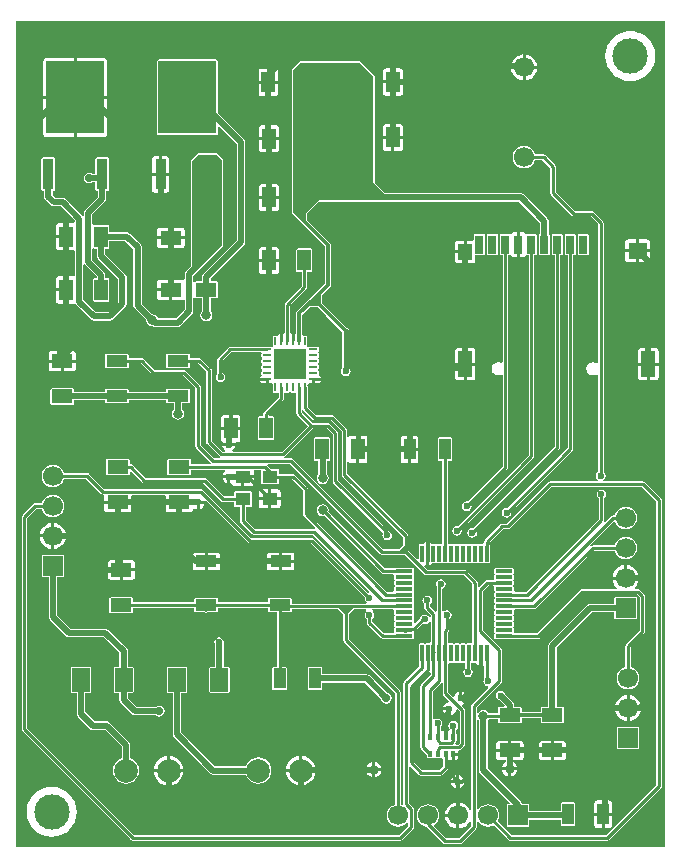
<source format=gtl>
G04 Layer_Physical_Order=1*
G04 Layer_Color=255*
%FSLAX25Y25*%
%MOIN*%
G70*
G01*
G75*
%ADD10R,0.07087X0.03937*%
%ADD11R,0.07087X0.04842*%
%ADD12R,0.04528X0.07087*%
%ADD13R,0.07087X0.04528*%
%ADD14R,0.05905X0.07874*%
%ADD15R,0.03937X0.07087*%
%ADD16R,0.06299X0.05512*%
%ADD17R,0.04724X0.08661*%
%ADD18R,0.04724X0.05512*%
%ADD19R,0.02756X0.06299*%
%ADD20R,0.03740X0.10236*%
%ADD21R,0.19291X0.24410*%
%ADD22R,0.01181X0.05709*%
%ADD23R,0.05709X0.01181*%
%ADD24R,0.01378X0.01968*%
%ADD25R,0.02953X0.00787*%
%ADD26R,0.00787X0.02953*%
%ADD27R,0.10630X0.10236*%
%ADD28R,0.05118X0.04331*%
%ADD29C,0.01968*%
%ADD30C,0.01000*%
%ADD31C,0.01181*%
%ADD32C,0.01378*%
%ADD33C,0.01575*%
%ADD34C,0.06693*%
%ADD35R,0.06693X0.06693*%
%ADD36R,0.06693X0.06693*%
%ADD37C,0.07874*%
%ADD38C,0.11811*%
%ADD39C,0.03150*%
%ADD40C,0.02362*%
%ADD41C,0.02756*%
G36*
X316929Y101295D02*
X100795Y101295D01*
X100795Y376886D01*
X316929Y376886D01*
X316929Y101295D01*
D02*
G37*
%LPC*%
G36*
X139378Y197098D02*
X136335D01*
Y194315D01*
X140398D01*
Y196079D01*
X140320Y196469D01*
X140099Y196800D01*
X139768Y197021D01*
X139378Y197098D01*
D02*
G37*
G36*
X163681Y199559D02*
X160638D01*
X160248Y199481D01*
X159917Y199260D01*
X159696Y198930D01*
X159618Y198539D01*
Y197071D01*
X163681D01*
Y199559D01*
D02*
G37*
G36*
X135335Y197098D02*
X132291D01*
X131901Y197021D01*
X131570Y196800D01*
X131349Y196469D01*
X131272Y196079D01*
Y194315D01*
X135335D01*
Y197098D01*
D02*
G37*
G36*
X188484Y196071D02*
X184421D01*
Y194602D01*
X184499Y194212D01*
X184720Y193881D01*
X185051Y193660D01*
X185441Y193583D01*
X188484D01*
Y196071D01*
D02*
G37*
G36*
X193547D02*
X189484D01*
Y193583D01*
X192528D01*
X192918Y193660D01*
X193248Y193881D01*
X193470Y194212D01*
X193547Y194602D01*
Y196071D01*
D02*
G37*
G36*
X112500Y204575D02*
X108682D01*
X108765Y203940D01*
X109203Y202883D01*
X109900Y201975D01*
X110808Y201278D01*
X111865Y200840D01*
X112500Y200757D01*
Y204575D01*
D02*
G37*
G36*
X117318D02*
X113500D01*
Y200757D01*
X114135Y200840D01*
X115192Y201278D01*
X116100Y201975D01*
X116797Y202883D01*
X117235Y203940D01*
X117318Y204575D01*
D02*
G37*
G36*
X192528Y199559D02*
X189484D01*
Y197071D01*
X193547D01*
Y198539D01*
X193470Y198930D01*
X193248Y199260D01*
X192918Y199481D01*
X192528Y199559D01*
D02*
G37*
G36*
X167724D02*
X164681D01*
Y197071D01*
X168744D01*
Y198539D01*
X168666Y198930D01*
X168445Y199260D01*
X168115Y199481D01*
X167724Y199559D01*
D02*
G37*
G36*
X188484D02*
X185441D01*
X185051Y199481D01*
X184720Y199260D01*
X184499Y198930D01*
X184421Y198539D01*
Y197071D01*
X188484D01*
Y199559D01*
D02*
G37*
G36*
X168405Y171299D02*
X167791Y171176D01*
X167270Y170828D01*
X166922Y170307D01*
X166800Y169693D01*
X166922Y169078D01*
X167107Y168802D01*
Y161564D01*
X165559D01*
X165258Y161439D01*
X165133Y161138D01*
Y153264D01*
X165258Y152962D01*
X165559Y152838D01*
X171465D01*
X171766Y152962D01*
X171891Y153264D01*
Y161138D01*
X171766Y161439D01*
X171465Y161564D01*
X169917D01*
Y169218D01*
X170011Y169693D01*
X169889Y170307D01*
X169541Y170828D01*
X169020Y171176D01*
X168405Y171299D01*
D02*
G37*
G36*
X135335Y193315D02*
X131272D01*
Y191551D01*
X131349Y191161D01*
X131570Y190830D01*
X131901Y190609D01*
X132291Y190532D01*
X135335D01*
Y193315D01*
D02*
G37*
G36*
X249516Y153215D02*
Y151591D01*
X250588Y152663D01*
X249867Y153145D01*
X249516Y153215D01*
D02*
G37*
G36*
X305232Y152070D02*
Y148252D01*
X309050D01*
X308967Y148887D01*
X308529Y149944D01*
X307832Y150852D01*
X306924Y151549D01*
X305867Y151987D01*
X305232Y152070D01*
D02*
G37*
G36*
X202362Y161556D02*
X198425D01*
X198124Y161431D01*
X197999Y161130D01*
Y154043D01*
X198124Y153742D01*
X198425Y153617D01*
X202362D01*
X202663Y153742D01*
X202788Y154043D01*
Y156190D01*
X217028D01*
X222451Y150767D01*
X222544Y150301D01*
X222935Y149715D01*
X223521Y149323D01*
X224213Y149186D01*
X224904Y149323D01*
X225490Y149715D01*
X225882Y150301D01*
X226019Y150992D01*
X225882Y151683D01*
X225490Y152269D01*
X224904Y152661D01*
X224438Y152754D01*
X218604Y158588D01*
X218148Y158893D01*
X217610Y158999D01*
X202788D01*
Y161130D01*
X202663Y161431D01*
X202362Y161556D01*
D02*
G37*
G36*
X163681Y196071D02*
X159618D01*
Y194602D01*
X159696Y194212D01*
X159917Y193881D01*
X160248Y193660D01*
X160638Y193583D01*
X163681D01*
Y196071D01*
D02*
G37*
G36*
X168744D02*
X164681D01*
Y193583D01*
X167724D01*
X168115Y193660D01*
X168445Y193881D01*
X168666Y194212D01*
X168744Y194602D01*
Y196071D01*
D02*
G37*
G36*
X304445Y195377D02*
Y191559D01*
X308263D01*
X308179Y192194D01*
X307741Y193251D01*
X307045Y194159D01*
X306137Y194856D01*
X305080Y195294D01*
X304445Y195377D01*
D02*
G37*
G36*
X140398Y193315D02*
X136335D01*
Y190532D01*
X139378D01*
X139768Y190609D01*
X140099Y190830D01*
X140320Y191161D01*
X140398Y191551D01*
Y193315D01*
D02*
G37*
G36*
X303445Y195377D02*
X302810Y195294D01*
X301753Y194856D01*
X300845Y194159D01*
X300148Y193251D01*
X299710Y192194D01*
X299627Y191559D01*
X303445D01*
Y195377D01*
D02*
G37*
G36*
X179953Y224378D02*
X176874D01*
Y221693D01*
X178933D01*
X179323Y221771D01*
X179654Y221992D01*
X179875Y222322D01*
X179953Y222713D01*
Y224378D01*
D02*
G37*
G36*
X171185D02*
X169561D01*
X169631Y224027D01*
X170113Y223306D01*
X170834Y222823D01*
X171185Y222754D01*
Y224378D01*
D02*
G37*
G36*
X187945Y220618D02*
X185886D01*
Y217933D01*
X188964D01*
Y219598D01*
X188887Y219989D01*
X188666Y220319D01*
X188335Y220540D01*
X187945Y220618D01*
D02*
G37*
G36*
X286910Y305726D02*
X284154D01*
X283852Y305602D01*
X283727Y305300D01*
Y299001D01*
X283852Y298700D01*
X284154Y298575D01*
X284620D01*
Y234440D01*
X264536Y214356D01*
X264272Y214409D01*
X263657Y214287D01*
X263136Y213938D01*
X262788Y213418D01*
X262666Y212803D01*
X262788Y212189D01*
X263136Y211668D01*
X263657Y211320D01*
X264272Y211197D01*
X264886Y211320D01*
X265407Y211668D01*
X265755Y212189D01*
X265877Y212803D01*
X265825Y213068D01*
X286176Y233419D01*
X286373Y233714D01*
X286443Y234063D01*
Y298575D01*
X286910D01*
X287211Y298700D01*
X287336Y299001D01*
Y305300D01*
X287211Y305602D01*
X286910Y305726D01*
D02*
G37*
G36*
X184886Y220618D02*
X182827D01*
X182437Y220540D01*
X182106Y220319D01*
X181885Y219989D01*
X181807Y219598D01*
Y217933D01*
X184886D01*
Y220618D01*
D02*
G37*
G36*
X231390Y238527D02*
X229921D01*
X229531Y238450D01*
X229200Y238229D01*
X228979Y237898D01*
X228902Y237508D01*
Y234465D01*
X231390D01*
Y238527D01*
D02*
G37*
G36*
X233858D02*
X232390D01*
Y234465D01*
X234878D01*
Y237508D01*
X234800Y237898D01*
X234579Y238229D01*
X234248Y238450D01*
X233858Y238527D01*
D02*
G37*
G36*
X217858Y233472D02*
X215075D01*
Y229410D01*
X216839D01*
X217229Y229487D01*
X217560Y229708D01*
X217781Y230039D01*
X217858Y230429D01*
Y233472D01*
D02*
G37*
G36*
X231390Y233465D02*
X228902D01*
Y230421D01*
X228979Y230031D01*
X229200Y229700D01*
X229531Y229479D01*
X229921Y229402D01*
X231390D01*
Y233465D01*
D02*
G37*
G36*
X234878D02*
X232390D01*
Y229402D01*
X233858D01*
X234248Y229479D01*
X234579Y229700D01*
X234800Y230031D01*
X234878Y230421D01*
Y233465D01*
D02*
G37*
G36*
X269587Y306320D02*
X268709D01*
Y302151D01*
Y297981D01*
X269587D01*
X269977Y298059D01*
X270308Y298280D01*
X270435Y298471D01*
X270704Y298616D01*
X271041Y298625D01*
X271161Y298575D01*
X271628D01*
Y231980D01*
X248001Y208352D01*
X247736Y208405D01*
X247122Y208283D01*
X246601Y207935D01*
X246253Y207414D01*
X246131Y206799D01*
X246253Y206185D01*
X246601Y205664D01*
X247122Y205316D01*
X247736Y205194D01*
X248351Y205316D01*
X248872Y205664D01*
X249220Y206185D01*
X249342Y206799D01*
X249289Y207064D01*
X273184Y230958D01*
X273381Y231254D01*
X273451Y231602D01*
Y298575D01*
X273917D01*
X274219Y298700D01*
X274343Y299001D01*
Y305300D01*
X274219Y305602D01*
X273917Y305726D01*
X271161D01*
X271041Y305677D01*
X270704Y305686D01*
X270435Y305830D01*
X270308Y306021D01*
X269977Y306242D01*
X269587Y306320D01*
D02*
G37*
G36*
X134153Y215756D02*
X130091D01*
Y213992D01*
X130168Y213602D01*
X130389Y213271D01*
X130720Y213050D01*
X131110Y212972D01*
X134153D01*
Y215756D01*
D02*
G37*
G36*
X282579Y305726D02*
X279823D01*
X279521Y305602D01*
X279397Y305300D01*
Y299001D01*
X279521Y298700D01*
X279823Y298575D01*
X280290D01*
Y234932D01*
X253020Y207663D01*
X252756Y207716D01*
X252141Y207594D01*
X251621Y207246D01*
X251273Y206725D01*
X251150Y206110D01*
X251273Y205496D01*
X251621Y204975D01*
X252141Y204627D01*
X252756Y204505D01*
X253370Y204627D01*
X253891Y204975D01*
X254239Y205496D01*
X254362Y206110D01*
X254309Y206375D01*
X281845Y233911D01*
X282043Y234206D01*
X282112Y234555D01*
Y298575D01*
X282579D01*
X282880Y298700D01*
X283005Y299001D01*
Y305300D01*
X282880Y305602D01*
X282579Y305726D01*
D02*
G37*
G36*
X112500Y209393D02*
X111865Y209309D01*
X110808Y208871D01*
X109900Y208175D01*
X109203Y207267D01*
X108765Y206209D01*
X108682Y205575D01*
X112500D01*
Y209393D01*
D02*
G37*
G36*
X113500D02*
Y205575D01*
X117318D01*
X117235Y206209D01*
X116797Y207267D01*
X116100Y208175D01*
X115192Y208871D01*
X114135Y209309D01*
X113500Y209393D01*
D02*
G37*
G36*
X184886Y216933D02*
X181807D01*
Y215268D01*
X181885Y214878D01*
X182106Y214547D01*
X182437Y214326D01*
X182827Y214248D01*
X184886D01*
Y216933D01*
D02*
G37*
G36*
X188964D02*
X185886D01*
Y214248D01*
X187945D01*
X188335Y214326D01*
X188666Y214547D01*
X188887Y214878D01*
X188964Y215268D01*
Y216933D01*
D02*
G37*
G36*
X163542Y215748D02*
X161917D01*
Y214124D01*
X162268Y214194D01*
X162990Y214675D01*
X163472Y215397D01*
X163542Y215748D01*
D02*
G37*
G36*
X139216Y215756D02*
X135153D01*
Y212972D01*
X138197D01*
X138587Y213050D01*
X138918Y213271D01*
X139139Y213602D01*
X139216Y213992D01*
Y215756D01*
D02*
G37*
G36*
X154626D02*
X150563D01*
Y213992D01*
X150641Y213602D01*
X150862Y213271D01*
X151192Y213050D01*
X151583Y212972D01*
X154626D01*
Y215756D01*
D02*
G37*
G36*
X125402Y161564D02*
X119496D01*
X119195Y161439D01*
X119070Y161138D01*
Y153264D01*
X119195Y152962D01*
X119496Y152838D01*
X121044D01*
Y145776D01*
X121151Y145238D01*
X121455Y144782D01*
X125392Y140845D01*
X125848Y140541D01*
X126386Y140434D01*
X130520D01*
X135997Y134957D01*
Y130983D01*
X135217Y130661D01*
X134313Y129967D01*
X133619Y129062D01*
X133182Y128008D01*
X133034Y126878D01*
X133182Y125747D01*
X133619Y124694D01*
X134313Y123789D01*
X135217Y123095D01*
X136271Y122659D01*
X137402Y122510D01*
X138532Y122659D01*
X139586Y123095D01*
X140490Y123789D01*
X141184Y124694D01*
X141621Y125747D01*
X141770Y126878D01*
X141621Y128008D01*
X141184Y129062D01*
X140490Y129967D01*
X139586Y130661D01*
X138806Y130983D01*
Y135539D01*
X138700Y136077D01*
X138395Y136533D01*
X132096Y142832D01*
X131640Y143137D01*
X131102Y143244D01*
X126968D01*
X123854Y146358D01*
Y152838D01*
X125402D01*
X125703Y152962D01*
X125828Y153264D01*
Y161138D01*
X125703Y161439D01*
X125402Y161564D01*
D02*
G37*
G36*
X157291D02*
X151386D01*
X151084Y161439D01*
X150960Y161138D01*
Y153264D01*
X151084Y152962D01*
X151386Y152838D01*
X152934D01*
Y139075D01*
X153041Y138537D01*
X153345Y138081D01*
X165534Y125892D01*
X165990Y125588D01*
X166528Y125481D01*
X177398D01*
X177721Y124702D01*
X178415Y123797D01*
X179320Y123103D01*
X180373Y122667D01*
X181504Y122518D01*
X182634Y122667D01*
X183688Y123103D01*
X184593Y123797D01*
X185287Y124702D01*
X185723Y125755D01*
X185872Y126886D01*
X185723Y128016D01*
X185287Y129070D01*
X184593Y129974D01*
X183688Y130669D01*
X182634Y131105D01*
X181504Y131254D01*
X180373Y131105D01*
X179320Y130669D01*
X178415Y129974D01*
X177721Y129070D01*
X177398Y128291D01*
X167110D01*
X155744Y139657D01*
Y152838D01*
X157291D01*
X157593Y152962D01*
X157718Y153264D01*
Y161138D01*
X157593Y161439D01*
X157291Y161564D01*
D02*
G37*
G36*
X200591Y126386D02*
X196177D01*
Y121972D01*
X196966Y122076D01*
X198167Y122573D01*
X199198Y123365D01*
X199990Y124396D01*
X200487Y125597D01*
X200591Y126386D01*
D02*
G37*
G36*
X156489Y126378D02*
X152075D01*
Y121964D01*
X152864Y122068D01*
X154065Y122565D01*
X155096Y123357D01*
X155887Y124388D01*
X156385Y125589D01*
X156489Y126378D01*
D02*
G37*
G36*
X195177Y126386D02*
X190763D01*
X190867Y125597D01*
X191365Y124396D01*
X192156Y123365D01*
X193187Y122573D01*
X194388Y122076D01*
X195177Y121972D01*
Y126386D01*
D02*
G37*
G36*
X222512Y126673D02*
X220480D01*
Y124642D01*
X220653Y124665D01*
X221279Y124924D01*
X221817Y125337D01*
X222229Y125875D01*
X222489Y126501D01*
X222512Y126673D01*
D02*
G37*
G36*
X264756Y126969D02*
X262725D01*
X262747Y126796D01*
X263007Y126170D01*
X263420Y125632D01*
X263957Y125219D01*
X264584Y124960D01*
X264756Y124937D01*
Y126969D01*
D02*
G37*
G36*
X219480Y126673D02*
X217449D01*
X217472Y126501D01*
X217731Y125875D01*
X218144Y125337D01*
X218682Y124924D01*
X219308Y124665D01*
X219480Y124642D01*
Y126673D01*
D02*
G37*
G36*
X247425Y125353D02*
X247074Y125283D01*
X246353Y124801D01*
X245871Y124079D01*
X245801Y123728D01*
X247425D01*
Y125353D01*
D02*
G37*
G36*
X248425D02*
Y123728D01*
X250050D01*
X249980Y124079D01*
X249498Y124801D01*
X248776Y125283D01*
X248425Y125353D01*
D02*
G37*
G36*
X247539Y116243D02*
X246905Y116160D01*
X245847Y115722D01*
X244939Y115025D01*
X244243Y114117D01*
X243805Y113060D01*
X243721Y112425D01*
X247539D01*
Y116243D01*
D02*
G37*
G36*
X295988Y116941D02*
X294520D01*
X294129Y116863D01*
X293799Y116642D01*
X293578Y116311D01*
X293500Y115921D01*
Y112878D01*
X295988D01*
Y116941D01*
D02*
G37*
G36*
X299476Y111878D02*
X296988D01*
Y107815D01*
X298457D01*
X298847Y107893D01*
X299178Y108114D01*
X299399Y108444D01*
X299476Y108835D01*
Y111878D01*
D02*
G37*
G36*
X247539Y111425D02*
X243721D01*
X243805Y110791D01*
X244243Y109733D01*
X244939Y108825D01*
X245847Y108129D01*
X246905Y107691D01*
X247539Y107607D01*
Y111425D01*
D02*
G37*
G36*
X295988Y111878D02*
X293500D01*
Y108835D01*
X293578Y108444D01*
X293799Y108114D01*
X294129Y107893D01*
X294520Y107815D01*
X295988D01*
Y111878D01*
D02*
G37*
G36*
X112598Y121437D02*
X112578Y121428D01*
X112557Y121435D01*
X111013Y121283D01*
X110975Y121262D01*
X110931Y121266D01*
X109447Y120816D01*
X109413Y120788D01*
X109370Y120784D01*
X108002Y120053D01*
X107974Y120019D01*
X107932Y120007D01*
X106733Y119023D01*
X106713Y118984D01*
X106674Y118964D01*
X105690Y117764D01*
X105678Y117723D01*
X105644Y117695D01*
X104913Y116327D01*
X104909Y116284D01*
X104881Y116250D01*
X104430Y114766D01*
X104435Y114722D01*
X104414Y114684D01*
X104262Y113140D01*
X104275Y113098D01*
X104262Y113057D01*
X104414Y111513D01*
X104435Y111475D01*
X104430Y111431D01*
X104881Y109947D01*
X104909Y109913D01*
X104913Y109870D01*
X105644Y108502D01*
X105678Y108474D01*
X105690Y108432D01*
X106674Y107233D01*
X106713Y107213D01*
X106733Y107174D01*
X107932Y106190D01*
X107974Y106178D01*
X108002Y106144D01*
X109370Y105413D01*
X109413Y105409D01*
X109447Y105381D01*
X110931Y104930D01*
X110975Y104935D01*
X111013Y104914D01*
X112557Y104762D01*
X112578Y104769D01*
X112598Y104760D01*
X112619Y104769D01*
X112640Y104762D01*
X114184Y104914D01*
X114222Y104935D01*
X114266Y104930D01*
X115750Y105381D01*
X115784Y105409D01*
X115827Y105413D01*
X117195Y106144D01*
X117223Y106178D01*
X117264Y106190D01*
X118464Y107174D01*
X118484Y107213D01*
X118523Y107233D01*
X119507Y108432D01*
X119519Y108474D01*
X119553Y108502D01*
X120284Y109870D01*
X120288Y109913D01*
X120316Y109947D01*
X120766Y111431D01*
X120762Y111475D01*
X120783Y111513D01*
X120935Y113057D01*
X120922Y113098D01*
X120935Y113140D01*
X120783Y114684D01*
X120762Y114722D01*
X120766Y114766D01*
X120316Y116250D01*
X120288Y116284D01*
X120284Y116327D01*
X119553Y117695D01*
X119519Y117723D01*
X119507Y117764D01*
X118523Y118964D01*
X118484Y118984D01*
X118464Y119023D01*
X117264Y120007D01*
X117223Y120019D01*
X117195Y120053D01*
X115827Y120784D01*
X115784Y120788D01*
X115750Y120816D01*
X114266Y121266D01*
X114222Y121262D01*
X114184Y121283D01*
X112640Y121435D01*
X112619Y121428D01*
X112598Y121437D01*
D02*
G37*
G36*
X151075Y126378D02*
X146661D01*
X146765Y125589D01*
X147262Y124388D01*
X148054Y123357D01*
X149085Y122565D01*
X150286Y122068D01*
X151075Y121964D01*
Y126378D01*
D02*
G37*
G36*
X250050Y122728D02*
X248425D01*
Y121104D01*
X248776Y121174D01*
X249498Y121656D01*
X249980Y122377D01*
X250050Y122728D01*
D02*
G37*
G36*
X298457Y116941D02*
X296988D01*
Y112878D01*
X299476D01*
Y115921D01*
X299399Y116311D01*
X299178Y116642D01*
X298847Y116863D01*
X298457Y116941D01*
D02*
G37*
G36*
X247425Y122728D02*
X245801D01*
X245871Y122377D01*
X246353Y121656D01*
X247074Y121174D01*
X247425Y121104D01*
Y122728D01*
D02*
G37*
G36*
X268905Y136862D02*
X265862D01*
Y134079D01*
X269925D01*
Y135843D01*
X269847Y136233D01*
X269626Y136564D01*
X269296Y136785D01*
X268905Y136862D01*
D02*
G37*
G36*
X279035D02*
X275992D01*
X275602Y136785D01*
X275271Y136564D01*
X275050Y136233D01*
X274973Y135843D01*
Y134079D01*
X279035D01*
Y136862D01*
D02*
G37*
G36*
X264862D02*
X261819D01*
X261429Y136785D01*
X261098Y136564D01*
X260877Y136233D01*
X260799Y135843D01*
Y134079D01*
X264862D01*
Y136862D01*
D02*
G37*
G36*
X248173Y131898D02*
X246965D01*
Y130394D01*
X247153D01*
X247544Y130471D01*
X247874Y130692D01*
X248095Y131023D01*
X248173Y131413D01*
Y131898D01*
D02*
G37*
G36*
X308079Y141525D02*
X301386D01*
X301084Y141400D01*
X300960Y141098D01*
Y134406D01*
X301084Y134104D01*
X301386Y133979D01*
X308079D01*
X308380Y134104D01*
X308505Y134406D01*
Y141098D01*
X308380Y141400D01*
X308079Y141525D01*
D02*
G37*
G36*
X116347Y198847D02*
X109653D01*
X109352Y198723D01*
X109227Y198421D01*
Y191728D01*
X109352Y191427D01*
X109653Y191302D01*
X111595D01*
Y178150D01*
X111702Y177612D01*
X112006Y177156D01*
X117412Y171751D01*
X117868Y171446D01*
X118405Y171339D01*
X129930D01*
X135217Y166052D01*
Y161564D01*
X133669D01*
X133368Y161439D01*
X133243Y161138D01*
Y153264D01*
X133368Y152962D01*
X133669Y152838D01*
X135217D01*
Y150394D01*
X135324Y149856D01*
X135629Y149400D01*
X139361Y145668D01*
X139817Y145363D01*
X140354Y145256D01*
X147339D01*
X147734Y144993D01*
X148425Y144855D01*
X149117Y144993D01*
X149703Y145384D01*
X150094Y145970D01*
X150232Y146661D01*
X150094Y147353D01*
X149703Y147939D01*
X149117Y148330D01*
X148425Y148468D01*
X147734Y148330D01*
X147339Y148066D01*
X140936D01*
X138027Y150976D01*
Y152838D01*
X139575D01*
X139876Y152962D01*
X140001Y153264D01*
Y161138D01*
X139876Y161439D01*
X139575Y161564D01*
X138027D01*
Y166634D01*
X137920Y167172D01*
X137616Y167627D01*
X131505Y173738D01*
X131050Y174042D01*
X130512Y174149D01*
X118988D01*
X114405Y178732D01*
Y191302D01*
X116347D01*
X116648Y191427D01*
X116773Y191728D01*
Y198421D01*
X116648Y198723D01*
X116347Y198847D01*
D02*
G37*
G36*
X304232Y152070D02*
X303598Y151987D01*
X302540Y151549D01*
X301632Y150852D01*
X300936Y149944D01*
X300498Y148887D01*
X300414Y148252D01*
X304232D01*
Y152070D01*
D02*
G37*
G36*
Y147252D02*
X300414D01*
X300498Y146617D01*
X300936Y145560D01*
X301632Y144652D01*
X302540Y143955D01*
X303598Y143517D01*
X304232Y143434D01*
Y147252D01*
D02*
G37*
G36*
X283079Y136862D02*
X280035D01*
Y134079D01*
X284098D01*
Y135843D01*
X284021Y136233D01*
X283800Y136564D01*
X283469Y136785D01*
X283079Y136862D01*
D02*
G37*
G36*
X309050Y147252D02*
X305232D01*
Y143434D01*
X305867Y143517D01*
X306924Y143955D01*
X307832Y144652D01*
X308529Y145560D01*
X308967Y146617D01*
X309050Y147252D01*
D02*
G37*
G36*
X195177Y131800D02*
X194388Y131696D01*
X193187Y131198D01*
X192156Y130407D01*
X191365Y129376D01*
X190867Y128175D01*
X190763Y127386D01*
X195177D01*
Y131800D01*
D02*
G37*
G36*
X196177D02*
Y127386D01*
X200591D01*
X200487Y128175D01*
X199990Y129376D01*
X199198Y130407D01*
X198167Y131198D01*
X196966Y131696D01*
X196177Y131800D01*
D02*
G37*
G36*
X152075Y131792D02*
Y127378D01*
X156489D01*
X156385Y128167D01*
X155887Y129368D01*
X155096Y130399D01*
X154065Y131190D01*
X152864Y131688D01*
X152075Y131792D01*
D02*
G37*
G36*
X267787Y126969D02*
X265756D01*
Y124937D01*
X265928Y124960D01*
X266554Y125219D01*
X267092Y125632D01*
X267505Y126170D01*
X267764Y126796D01*
X267787Y126969D01*
D02*
G37*
G36*
X151075Y131792D02*
X150286Y131688D01*
X149085Y131190D01*
X148054Y130399D01*
X147262Y129368D01*
X146765Y128167D01*
X146661Y127378D01*
X151075D01*
Y131792D01*
D02*
G37*
G36*
X279035Y133079D02*
X274973D01*
Y131315D01*
X275050Y130925D01*
X275271Y130594D01*
X275602Y130373D01*
X275992Y130295D01*
X279035D01*
Y133079D01*
D02*
G37*
G36*
X284098D02*
X280035D01*
Y130295D01*
X283079D01*
X283469Y130373D01*
X283800Y130594D01*
X284021Y130925D01*
X284098Y131315D01*
Y133079D01*
D02*
G37*
G36*
X269925D02*
X260799D01*
Y131315D01*
X260877Y130925D01*
X261098Y130594D01*
X261429Y130373D01*
X261819Y130295D01*
X264046D01*
X264145Y129795D01*
X263957Y129718D01*
X263420Y129305D01*
X263007Y128767D01*
X262747Y128141D01*
X262725Y127969D01*
X267787D01*
X267764Y128141D01*
X267505Y128767D01*
X267092Y129305D01*
X266554Y129718D01*
X266367Y129795D01*
X266466Y130295D01*
X268905D01*
X269296Y130373D01*
X269626Y130594D01*
X269847Y130925D01*
X269925Y131315D01*
Y133079D01*
D02*
G37*
G36*
X219480Y129704D02*
X219308Y129682D01*
X218682Y129422D01*
X218144Y129010D01*
X217731Y128472D01*
X217472Y127845D01*
X217449Y127673D01*
X219480D01*
Y129704D01*
D02*
G37*
G36*
X220480D02*
Y127673D01*
X222512D01*
X222489Y127845D01*
X222229Y128472D01*
X221817Y129010D01*
X221279Y129422D01*
X220653Y129682D01*
X220480Y129704D01*
D02*
G37*
G36*
X216839Y238535D02*
X215075D01*
Y234472D01*
X217858D01*
Y237516D01*
X217781Y237906D01*
X217560Y238237D01*
X217229Y238458D01*
X216839Y238535D01*
D02*
G37*
G36*
X151795Y325205D02*
X149406D01*
Y319567D01*
X150776D01*
X151166Y319645D01*
X151497Y319866D01*
X151718Y320196D01*
X151795Y320587D01*
Y325205D01*
D02*
G37*
G36*
X148406Y331842D02*
X147035D01*
X146645Y331765D01*
X146315Y331544D01*
X146093Y331213D01*
X146016Y330823D01*
Y326205D01*
X148406D01*
Y331842D01*
D02*
G37*
G36*
Y325205D02*
X146016D01*
Y320587D01*
X146093Y320196D01*
X146315Y319866D01*
X146645Y319645D01*
X147035Y319567D01*
X148406D01*
Y325205D01*
D02*
G37*
G36*
X184539Y322484D02*
X182776D01*
X182385Y322407D01*
X182055Y322185D01*
X181834Y321855D01*
X181756Y321465D01*
Y318421D01*
X184539D01*
Y322484D01*
D02*
G37*
G36*
X187303D02*
X185539D01*
Y318421D01*
X188323D01*
Y321465D01*
X188245Y321855D01*
X188024Y322185D01*
X187693Y322407D01*
X187303Y322484D01*
D02*
G37*
G36*
X225886Y337409D02*
X223102D01*
Y334366D01*
X223180Y333976D01*
X223401Y333645D01*
X223732Y333424D01*
X224122Y333347D01*
X225886D01*
Y337409D01*
D02*
G37*
G36*
X229669D02*
X226886D01*
Y333347D01*
X228650D01*
X229040Y333424D01*
X229371Y333645D01*
X229592Y333976D01*
X229669Y334366D01*
Y337409D01*
D02*
G37*
G36*
X188331Y337016D02*
X185547D01*
Y332953D01*
X187311D01*
X187701Y333031D01*
X188032Y333252D01*
X188253Y333582D01*
X188331Y333972D01*
Y337016D01*
D02*
G37*
G36*
X150776Y331842D02*
X149406D01*
Y326205D01*
X151795D01*
Y330823D01*
X151718Y331213D01*
X151497Y331544D01*
X151166Y331765D01*
X150776Y331842D01*
D02*
G37*
G36*
X184547Y337016D02*
X181764D01*
Y333972D01*
X181842Y333582D01*
X182062Y333252D01*
X182393Y333031D01*
X182783Y332953D01*
X184547D01*
Y337016D01*
D02*
G37*
G36*
X188323Y317421D02*
X185539D01*
Y313358D01*
X187303D01*
X187693Y313436D01*
X188024Y313657D01*
X188245Y313988D01*
X188323Y314378D01*
Y317421D01*
D02*
G37*
G36*
X156933Y303945D02*
X152870D01*
Y301004D01*
X155913D01*
X156304Y301082D01*
X156634Y301303D01*
X156855Y301633D01*
X156933Y302024D01*
Y303945D01*
D02*
G37*
G36*
X256594Y305726D02*
X253839D01*
X253537Y305602D01*
X253412Y305300D01*
Y303930D01*
X252912Y303552D01*
X252854Y303564D01*
X250992D01*
Y299788D01*
Y296013D01*
X252854D01*
X253244Y296091D01*
X253575Y296311D01*
X253796Y296642D01*
X253874Y297032D01*
Y298575D01*
X256594D01*
X256896Y298700D01*
X257021Y299001D01*
Y305300D01*
X256896Y305602D01*
X256594Y305726D01*
D02*
G37*
G36*
X151870Y303945D02*
X147807D01*
Y302024D01*
X147885Y301633D01*
X148106Y301303D01*
X148437Y301082D01*
X148827Y301004D01*
X151870D01*
Y303945D01*
D02*
G37*
G36*
X307472Y303958D02*
X304823D01*
X304433Y303880D01*
X304102Y303659D01*
X303881Y303328D01*
X303803Y302938D01*
Y300682D01*
X307472D01*
Y303958D01*
D02*
G37*
G36*
X311122D02*
X308472D01*
Y300682D01*
X312142D01*
Y302938D01*
X312064Y303328D01*
X311843Y303659D01*
X311512Y303880D01*
X311122Y303958D01*
D02*
G37*
G36*
X267709Y306320D02*
X266831D01*
X266441Y306242D01*
X266110Y306021D01*
X265982Y305830D01*
X265714Y305686D01*
X265376Y305677D01*
X265256Y305726D01*
X262500D01*
X262199Y305602D01*
X262074Y305300D01*
Y299001D01*
X262199Y298700D01*
X262500Y298575D01*
X262976D01*
Y263010D01*
X262535Y262774D01*
X262444Y262835D01*
X262361Y262852D01*
X262290Y262899D01*
X261599Y263036D01*
X261556Y263028D01*
X261516Y263045D01*
X261475Y263028D01*
X261433Y263036D01*
X260741Y262899D01*
X260671Y262852D01*
X260588Y262835D01*
X260002Y262444D01*
X259955Y262373D01*
X259884Y262326D01*
X259493Y261740D01*
X259476Y261657D01*
X259429Y261586D01*
X259291Y260895D01*
X259308Y260812D01*
X259291Y260729D01*
X259429Y260038D01*
X259476Y259967D01*
X259493Y259884D01*
X259884Y259298D01*
X259955Y259251D01*
X260002Y259180D01*
X260588Y258789D01*
X260671Y258772D01*
X260741Y258725D01*
X261433Y258588D01*
X261475Y258596D01*
X261516Y258579D01*
X261556Y258596D01*
X261599Y258588D01*
X262290Y258725D01*
X262361Y258772D01*
X262444Y258789D01*
X262535Y258850D01*
X262976Y258614D01*
Y228265D01*
X251233Y216522D01*
X250969Y216574D01*
X250354Y216452D01*
X249833Y216104D01*
X249485Y215583D01*
X249363Y214968D01*
X249485Y214354D01*
X249833Y213833D01*
X250354Y213485D01*
X250969Y213363D01*
X251583Y213485D01*
X252104Y213833D01*
X252452Y214354D01*
X252574Y214968D01*
X252522Y215233D01*
X264532Y227243D01*
X264729Y227539D01*
X264799Y227887D01*
Y298575D01*
X265256D01*
X265376Y298625D01*
X265714Y298616D01*
X265982Y298471D01*
X266110Y298280D01*
X266441Y298059D01*
X266831Y297981D01*
X267709D01*
Y302151D01*
Y306320D01*
D02*
G37*
G36*
X184539Y317421D02*
X181756D01*
Y314378D01*
X181834Y313988D01*
X182055Y313657D01*
X182385Y313436D01*
X182776Y313358D01*
X184539D01*
Y317421D01*
D02*
G37*
G36*
X116831Y309401D02*
X115067D01*
X114677Y309324D01*
X114346Y309103D01*
X114125Y308772D01*
X114047Y308382D01*
Y305339D01*
X116831D01*
Y309401D01*
D02*
G37*
G36*
X151870Y307886D02*
X148827D01*
X148437Y307808D01*
X148106Y307587D01*
X147885Y307256D01*
X147807Y306866D01*
Y304945D01*
X151870D01*
Y307886D01*
D02*
G37*
G36*
X155913D02*
X152870D01*
Y304945D01*
X156933D01*
Y306866D01*
X156855Y307256D01*
X156634Y307587D01*
X156304Y307808D01*
X155913Y307886D01*
D02*
G37*
G36*
X184547Y342079D02*
X182783D01*
X182393Y342001D01*
X182062Y341780D01*
X181842Y341449D01*
X181764Y341059D01*
Y338016D01*
X184547D01*
Y342079D01*
D02*
G37*
G36*
X228650Y360976D02*
X226886D01*
Y356913D01*
X229669D01*
Y359957D01*
X229592Y360347D01*
X229371Y360678D01*
X229040Y360899D01*
X228650Y360976D01*
D02*
G37*
G36*
X274401Y360799D02*
X270583D01*
Y356981D01*
X271217Y357065D01*
X272275Y357503D01*
X273183Y358199D01*
X273879Y359107D01*
X274317Y360165D01*
X274401Y360799D01*
D02*
G37*
G36*
X225886Y360976D02*
X224122D01*
X223732Y360899D01*
X223401Y360678D01*
X223180Y360347D01*
X223102Y359957D01*
Y356913D01*
X225886D01*
Y360976D01*
D02*
G37*
G36*
X184343Y360870D02*
X182579D01*
X182189Y360792D01*
X181858Y360571D01*
X181637Y360241D01*
X181559Y359850D01*
Y356807D01*
X184343D01*
Y360870D01*
D02*
G37*
G36*
X187106D02*
X185343D01*
Y356807D01*
X188126D01*
Y359850D01*
X188048Y360241D01*
X187827Y360571D01*
X187496Y360792D01*
X187106Y360870D01*
D02*
G37*
G36*
X215453Y363328D02*
X195472D01*
X195464Y363324D01*
X195455Y363327D01*
X195315Y363262D01*
X195171Y363203D01*
X195168Y363194D01*
X195159Y363191D01*
X193984Y361917D01*
X192710Y360644D01*
X192586Y360343D01*
Y313000D01*
X192586Y313000D01*
X192710Y312699D01*
X196082Y309327D01*
X196141Y309239D01*
X203721Y301659D01*
Y289301D01*
X199241Y284822D01*
X194377Y279958D01*
X194159Y279632D01*
X194083Y279248D01*
Y272849D01*
X193618Y272504D01*
Y269996D01*
X192618D01*
Y272471D01*
X192561Y272460D01*
X192061Y272787D01*
Y281823D01*
X197503Y287265D01*
X197700Y287561D01*
X197769Y287909D01*
Y292995D01*
X199122D01*
X199423Y293120D01*
X199548Y293421D01*
Y300508D01*
X199423Y300809D01*
X199122Y300934D01*
X194595D01*
X194293Y300809D01*
X194168Y300508D01*
Y293421D01*
X194293Y293120D01*
X194595Y292995D01*
X195947D01*
Y288287D01*
X190505Y282845D01*
X190308Y282550D01*
X190238Y282201D01*
Y272787D01*
X189738Y272460D01*
X189681Y272471D01*
Y269996D01*
X188681D01*
Y272471D01*
X188397Y272414D01*
X188066Y272193D01*
X187845Y271863D01*
X187779Y271827D01*
X187606Y271899D01*
X186819D01*
X186518Y271774D01*
X186393Y271472D01*
Y268520D01*
X186456Y268367D01*
X186456Y268367D01*
X186086Y267997D01*
X186086Y267997D01*
X185933Y268060D01*
X184838D01*
X184805Y268082D01*
X184457Y268151D01*
X172153D01*
X171805Y268082D01*
X171509Y267884D01*
X167958Y264333D01*
X167761Y264038D01*
X167691Y263689D01*
Y259009D01*
X167414Y258595D01*
X167292Y257980D01*
X167414Y257366D01*
X167762Y256845D01*
X168283Y256497D01*
X168898Y256375D01*
X169512Y256497D01*
X170033Y256845D01*
X170381Y257366D01*
X170503Y257980D01*
X170381Y258595D01*
X170033Y259116D01*
X169514Y259463D01*
Y263312D01*
X172531Y266329D01*
X182388D01*
X182622Y265829D01*
X182554Y265665D01*
Y264878D01*
X182679Y264577D01*
X182724Y264558D01*
Y264017D01*
X182679Y263998D01*
X182554Y263697D01*
Y262909D01*
X182679Y262608D01*
X182724Y262590D01*
Y262048D01*
X182679Y262030D01*
X182554Y261728D01*
Y260941D01*
X182679Y260640D01*
X182724Y260621D01*
Y260080D01*
X182679Y260061D01*
X182554Y259760D01*
Y258972D01*
X182626Y258800D01*
X182590Y258733D01*
X182259Y258512D01*
X182038Y258182D01*
X181982Y257898D01*
X184457D01*
Y257398D01*
X184957D01*
Y255984D01*
X185933D01*
X186393Y255566D01*
Y253165D01*
X186518Y252864D01*
X186819Y252739D01*
X187606D01*
X187770Y252807D01*
X188270Y252573D01*
Y251279D01*
X183411Y246420D01*
X183213Y246124D01*
X183144Y245776D01*
Y244922D01*
X181791D01*
X181490Y244797D01*
X181365Y244496D01*
Y237409D01*
X181490Y237108D01*
X181791Y236983D01*
X186319D01*
X186620Y237108D01*
X186745Y237409D01*
Y244496D01*
X186620Y244797D01*
X186319Y244922D01*
X185024D01*
X184990Y245422D01*
X189825Y250257D01*
X190023Y250553D01*
X190092Y250902D01*
Y252573D01*
X190592Y252807D01*
X190756Y252739D01*
X191543D01*
X191845Y252864D01*
X191863Y252909D01*
X192404D01*
X192423Y252864D01*
X192724Y252739D01*
X193512D01*
X193675Y252807D01*
X194175Y252573D01*
Y245965D01*
X194245Y245616D01*
X194442Y245320D01*
X197924Y241839D01*
X189278Y233193D01*
X172968D01*
X172816Y233693D01*
X173226Y233967D01*
X173708Y234688D01*
X173778Y235039D01*
X169529D01*
X169599Y234688D01*
X170081Y233967D01*
X170491Y233693D01*
X170339Y233193D01*
X169580D01*
X165970Y236803D01*
Y260244D01*
X165901Y260593D01*
X165703Y260888D01*
X162448Y264144D01*
X162152Y264342D01*
X161803Y264411D01*
X158702D01*
Y265469D01*
X158577Y265770D01*
X158276Y265895D01*
X151189D01*
X150888Y265770D01*
X150763Y265469D01*
Y261531D01*
X150888Y261230D01*
X151189Y261105D01*
X158276D01*
X158577Y261230D01*
X158702Y261531D01*
Y262589D01*
X161426D01*
X164148Y259867D01*
Y236425D01*
X164217Y236076D01*
X164415Y235781D01*
X168558Y231638D01*
X168708Y231537D01*
X168557Y231037D01*
X166814D01*
X162329Y235523D01*
Y254831D01*
X162259Y255179D01*
X162062Y255475D01*
X157337Y260199D01*
X157042Y260397D01*
X156693Y260466D01*
X146933D01*
X143255Y264144D01*
X142959Y264342D01*
X142610Y264411D01*
X138229D01*
Y265469D01*
X138104Y265770D01*
X137803Y265895D01*
X130717D01*
X130415Y265770D01*
X130290Y265469D01*
Y261531D01*
X130415Y261230D01*
X130717Y261105D01*
X137803D01*
X138104Y261230D01*
X138229Y261531D01*
Y262589D01*
X142233D01*
X145911Y258911D01*
X146206Y258713D01*
X146555Y258644D01*
X156316D01*
X160506Y254453D01*
Y235146D01*
X160575Y234797D01*
X160773Y234501D01*
X165793Y229482D01*
X165798Y229478D01*
X165646Y228978D01*
X159095D01*
Y230331D01*
X158971Y230632D01*
X158669Y230757D01*
X151583D01*
X151281Y230632D01*
X151156Y230331D01*
Y225803D01*
X151281Y225502D01*
X151583Y225377D01*
X158669D01*
X158971Y225502D01*
X159095Y225803D01*
Y227156D01*
X170268D01*
X170420Y226656D01*
X170113Y226450D01*
X169631Y225729D01*
X169561Y225378D01*
X171685D01*
Y224878D01*
X172185D01*
Y222754D01*
X172295Y222776D01*
X172367Y222766D01*
X172794Y222503D01*
X172851Y222432D01*
X172873Y222322D01*
X173094Y221992D01*
X173425Y221771D01*
X173815Y221693D01*
X175874D01*
Y224878D01*
X176374D01*
Y225378D01*
X179953D01*
Y227043D01*
X180045Y227156D01*
X182306D01*
X182381Y227043D01*
Y222713D01*
X182506Y222411D01*
X182807Y222287D01*
X187925D01*
X188226Y222411D01*
X188351Y222713D01*
Y223967D01*
X192583D01*
X196341Y220209D01*
Y212319D01*
X196410Y211970D01*
X196608Y211675D01*
X200447Y207835D01*
X200428Y207741D01*
X200008Y207325D01*
X180307D01*
X177285Y210346D01*
Y214779D01*
X178933D01*
X179234Y214903D01*
X179359Y215205D01*
Y219535D01*
X179234Y219837D01*
X178933Y219962D01*
X173815D01*
X173514Y219837D01*
X173389Y219535D01*
Y218281D01*
X170137D01*
X164235Y224184D01*
X163939Y224381D01*
X163591Y224451D01*
X143889D01*
X139629Y228711D01*
X139333Y228909D01*
X138984Y228978D01*
X138623D01*
Y230331D01*
X138498Y230632D01*
X138197Y230757D01*
X131110D01*
X130809Y230632D01*
X130684Y230331D01*
Y225803D01*
X130809Y225502D01*
X131110Y225377D01*
X138197D01*
X138498Y225502D01*
X138623Y225803D01*
Y226486D01*
X139085Y226678D01*
X142868Y222895D01*
X143163Y222697D01*
X143512Y222628D01*
X163213D01*
X169115Y216726D01*
X169411Y216528D01*
X169760Y216459D01*
X173389D01*
Y215205D01*
X173514Y214903D01*
X173815Y214779D01*
X175463D01*
Y209968D01*
X175532Y209620D01*
X175730Y209324D01*
X179285Y205769D01*
X179580Y205572D01*
X179929Y205502D01*
X199630D01*
X218424Y186709D01*
X218352Y186223D01*
X218285Y186140D01*
X218025Y186142D01*
X199963Y204203D01*
X199668Y204401D01*
X199319Y204470D01*
X179027D01*
X163054Y220444D01*
X162758Y220641D01*
X162409Y220710D01*
X130208D01*
X125199Y225719D01*
X124904Y225917D01*
X124555Y225986D01*
X116653D01*
X116644Y226051D01*
X116267Y226961D01*
X115667Y227742D01*
X114886Y228342D01*
X113976Y228719D01*
X113000Y228847D01*
X112024Y228719D01*
X111114Y228342D01*
X110333Y227742D01*
X109733Y226961D01*
X109356Y226051D01*
X109228Y225075D01*
X109356Y224098D01*
X109733Y223189D01*
X110333Y222407D01*
X111114Y221808D01*
X112024Y221431D01*
X113000Y221302D01*
X113976Y221431D01*
X114886Y221808D01*
X115667Y222407D01*
X116267Y223189D01*
X116644Y224098D01*
X116653Y224164D01*
X124178D01*
X129186Y219155D01*
X129482Y218957D01*
X129661Y218922D01*
X130091Y218520D01*
Y216756D01*
X134653D01*
X139216D01*
Y218520D01*
X139519Y218888D01*
X150261D01*
X150563Y218520D01*
Y216756D01*
X155126D01*
Y216256D01*
X155626D01*
Y212972D01*
X158669D01*
X159060Y213050D01*
X159390Y213271D01*
X159611Y213602D01*
X159689Y213992D01*
Y214178D01*
X160189Y214446D01*
X160566Y214194D01*
X160917Y214124D01*
Y216248D01*
X161417D01*
Y216748D01*
X163740D01*
X164022Y216898D01*
X178005Y202915D01*
X178301Y202717D01*
X178650Y202648D01*
X198942D01*
X216959Y184631D01*
X216906Y184366D01*
X217028Y183752D01*
X217376Y183231D01*
X217690Y183021D01*
X217538Y182521D01*
X192560D01*
Y183972D01*
X192435Y184274D01*
X192134Y184399D01*
X185047D01*
X184746Y184274D01*
X184621Y183972D01*
Y182915D01*
X168150D01*
Y183972D01*
X168026Y184274D01*
X167724Y184399D01*
X160638D01*
X160336Y184274D01*
X160212Y183972D01*
Y182915D01*
X139804D01*
Y184268D01*
X139679Y184569D01*
X139378Y184694D01*
X132291D01*
X131990Y184569D01*
X131865Y184268D01*
Y179740D01*
X131990Y179439D01*
X132291Y179314D01*
X139378D01*
X139679Y179439D01*
X139804Y179740D01*
Y181093D01*
X160212D01*
Y180035D01*
X160336Y179734D01*
X160638Y179609D01*
X163800D01*
X163832Y179587D01*
X164181Y179518D01*
X164530Y179587D01*
X164563Y179609D01*
X167724D01*
X168026Y179734D01*
X168150Y180035D01*
Y181093D01*
X184621D01*
Y180035D01*
X184746Y179734D01*
X185047Y179609D01*
X187679D01*
Y161556D01*
X186614D01*
X186313Y161431D01*
X186188Y161130D01*
Y154043D01*
X186313Y153742D01*
X186614Y153617D01*
X190551D01*
X190852Y153742D01*
X190977Y154043D01*
Y161130D01*
X190852Y161431D01*
X190551Y161556D01*
X189502D01*
Y179609D01*
X192134D01*
X192435Y179734D01*
X192560Y180035D01*
Y180699D01*
X208125D01*
X209825Y178823D01*
Y170488D01*
X209894Y170140D01*
X210092Y169844D01*
X227128Y152808D01*
Y115578D01*
X227063Y115569D01*
X226153Y115192D01*
X225372Y114593D01*
X224772Y113811D01*
X224395Y112902D01*
X224267Y111925D01*
X224395Y110949D01*
X224772Y110039D01*
X225372Y109258D01*
X226153Y108658D01*
X227063Y108281D01*
X228039Y108153D01*
X229016Y108281D01*
X229926Y108658D01*
X230707Y109258D01*
X230975Y109607D01*
X231475Y109437D01*
Y108460D01*
X228371Y105356D01*
X140133D01*
X104462Y141027D01*
Y211154D01*
X107472Y214164D01*
X109347D01*
X109356Y214098D01*
X109733Y213189D01*
X110333Y212407D01*
X111114Y211808D01*
X112024Y211431D01*
X113000Y211302D01*
X113976Y211431D01*
X114886Y211808D01*
X115667Y212407D01*
X116267Y213189D01*
X116644Y214098D01*
X116772Y215075D01*
X116644Y216051D01*
X116267Y216961D01*
X115667Y217742D01*
X114886Y218342D01*
X113976Y218719D01*
X113000Y218847D01*
X112024Y218719D01*
X111114Y218342D01*
X110333Y217742D01*
X109733Y216961D01*
X109356Y216051D01*
X109347Y215986D01*
X107095D01*
X106746Y215917D01*
X106450Y215719D01*
X102907Y212176D01*
X102709Y211880D01*
X102640Y211531D01*
Y140650D01*
X102709Y140301D01*
X102907Y140005D01*
X139112Y103800D01*
X139407Y103603D01*
X139756Y103534D01*
X228748D01*
X229097Y103603D01*
X229392Y103801D01*
X233030Y107438D01*
X233228Y107734D01*
X233297Y108083D01*
Y114214D01*
X233228Y114562D01*
X233030Y114858D01*
X231703Y116186D01*
Y128289D01*
X232165Y128480D01*
X235190Y125454D01*
X235486Y125257D01*
X235835Y125187D01*
X242134D01*
X242483Y125257D01*
X242778Y125454D01*
X244550Y127226D01*
X244747Y127521D01*
X244817Y127870D01*
Y130250D01*
X245317Y130517D01*
X245385Y130471D01*
X245776Y130394D01*
X245965D01*
Y132398D01*
X246465D01*
Y132898D01*
X248173D01*
Y133382D01*
X248600Y133797D01*
X248675Y133812D01*
X248971Y134009D01*
X250152Y135190D01*
X250350Y135486D01*
X250419Y135835D01*
Y147071D01*
X250350Y147420D01*
X250152Y147715D01*
X249428Y148439D01*
X249593Y148981D01*
X249867Y149036D01*
X250588Y149518D01*
X249516Y150591D01*
X249016D01*
Y151091D01*
X248516D01*
Y153215D01*
X248165Y153145D01*
X247443Y152663D01*
X246961Y151942D01*
X246907Y151668D01*
X246364Y151503D01*
X244718Y153149D01*
Y162332D01*
X245185Y162680D01*
X246366D01*
X246668Y162805D01*
X246852Y162805D01*
X247153Y162680D01*
X248335D01*
X248636Y162805D01*
X248821Y162805D01*
X249122Y162680D01*
X250303D01*
X250467Y162571D01*
Y160939D01*
X250243Y160789D01*
X249894Y160268D01*
X249772Y159653D01*
X249894Y159039D01*
X250243Y158518D01*
X250764Y158170D01*
X251378Y158048D01*
X251992Y158170D01*
X252513Y158518D01*
X252861Y159039D01*
X252984Y159653D01*
X252861Y160268D01*
X252513Y160789D01*
X252289Y160939D01*
Y162687D01*
X252573Y162805D01*
X252758Y162805D01*
X253059Y162680D01*
X254110D01*
X254307Y162385D01*
X254637Y162164D01*
X255028Y162087D01*
X255118D01*
Y165961D01*
X256118D01*
Y162087D01*
X256209D01*
X256675Y161670D01*
Y157349D01*
X256587Y157217D01*
X256465Y156602D01*
X256587Y155988D01*
X256936Y155467D01*
X257456Y155119D01*
X258022Y155006D01*
X258132Y154830D01*
X258245Y154522D01*
X252702Y148979D01*
X252505Y148683D01*
X252435Y148335D01*
Y113977D01*
X251935Y113877D01*
X251836Y114117D01*
X251139Y115025D01*
X250231Y115722D01*
X249174Y116160D01*
X248539Y116243D01*
Y111925D01*
Y107607D01*
X249174Y107691D01*
X250231Y108129D01*
X251139Y108825D01*
X251836Y109733D01*
X251935Y109973D01*
X252435Y109873D01*
Y108456D01*
X248245Y104265D01*
X243980D01*
X240036Y108210D01*
X240134Y108818D01*
X240707Y109258D01*
X241306Y110039D01*
X241683Y110949D01*
X241812Y111925D01*
X241683Y112902D01*
X241306Y113811D01*
X240707Y114593D01*
X239926Y115192D01*
X239016Y115569D01*
X238039Y115698D01*
X237063Y115569D01*
X236153Y115192D01*
X235372Y114593D01*
X234772Y113811D01*
X234396Y112902D01*
X234267Y111925D01*
X234396Y110949D01*
X234772Y110039D01*
X235372Y109258D01*
X236153Y108658D01*
X237063Y108281D01*
X237436Y108232D01*
X242958Y102710D01*
X243254Y102513D01*
X243602Y102443D01*
X248622D01*
X248971Y102513D01*
X249266Y102710D01*
X253991Y107434D01*
X254188Y107730D01*
X254258Y108079D01*
Y109975D01*
X254758Y110074D01*
X254772Y110039D01*
X255372Y109258D01*
X256153Y108658D01*
X257063Y108281D01*
X258039Y108153D01*
X259016Y108281D01*
X259926Y108658D01*
X259978Y108698D01*
X264883Y103793D01*
X265179Y103595D01*
X265528Y103526D01*
X297642D01*
X297990Y103595D01*
X298286Y103793D01*
X315703Y121210D01*
X315901Y121506D01*
X315970Y121854D01*
Y217035D01*
X315901Y217384D01*
X315703Y217680D01*
X310388Y222995D01*
X310093Y223192D01*
X309744Y223262D01*
X296643D01*
X296491Y223762D01*
X296805Y223971D01*
X297153Y224492D01*
X297275Y225106D01*
X297153Y225721D01*
X296805Y226242D01*
X296581Y226391D01*
Y309457D01*
X296511Y309805D01*
X296314Y310101D01*
X293262Y313152D01*
X292967Y313350D01*
X292618Y313419D01*
X287133D01*
X280707Y319846D01*
Y328165D01*
X280637Y328514D01*
X280440Y328810D01*
X277227Y332022D01*
X276931Y332220D01*
X276583Y332289D01*
X273735D01*
X273727Y332354D01*
X273350Y333264D01*
X272750Y334045D01*
X271969Y334645D01*
X271059Y335022D01*
X270083Y335150D01*
X269106Y335022D01*
X268197Y334645D01*
X267415Y334045D01*
X266816Y333264D01*
X266439Y332354D01*
X266310Y331378D01*
X266439Y330402D01*
X266816Y329492D01*
X267415Y328710D01*
X268197Y328111D01*
X269106Y327734D01*
X270083Y327606D01*
X271059Y327734D01*
X271969Y328111D01*
X272750Y328710D01*
X273350Y329492D01*
X273727Y330402D01*
X273735Y330467D01*
X276205D01*
X278884Y327788D01*
Y319468D01*
X278953Y319120D01*
X279151Y318824D01*
X286112Y311863D01*
X286407Y311666D01*
X286756Y311597D01*
X292241D01*
X294758Y309079D01*
Y262890D01*
X294258Y262622D01*
X293940Y262835D01*
X293857Y262852D01*
X293786Y262899D01*
X293095Y263036D01*
X293052Y263028D01*
X293012Y263045D01*
X292971Y263028D01*
X292929Y263036D01*
X292237Y262899D01*
X292167Y262852D01*
X292084Y262835D01*
X291498Y262444D01*
X291451Y262373D01*
X291380Y262326D01*
X290989Y261740D01*
X290972Y261657D01*
X290925Y261586D01*
X290788Y260895D01*
X290804Y260812D01*
X290788Y260729D01*
X290925Y260038D01*
X290972Y259967D01*
X290989Y259884D01*
X291380Y259298D01*
X291451Y259251D01*
X291498Y259180D01*
X292084Y258789D01*
X292167Y258772D01*
X292237Y258725D01*
X292929Y258588D01*
X292971Y258596D01*
X293012Y258579D01*
X293052Y258596D01*
X293095Y258588D01*
X293786Y258725D01*
X293857Y258772D01*
X293940Y258789D01*
X294258Y259001D01*
X294758Y258734D01*
Y226391D01*
X294534Y226242D01*
X294186Y225721D01*
X294064Y225106D01*
X294186Y224492D01*
X294534Y223971D01*
X294847Y223762D01*
X294695Y223262D01*
X278839D01*
X278490Y223192D01*
X278194Y222995D01*
X264386Y209187D01*
X262697D01*
X262348Y209117D01*
X262052Y208920D01*
X256942Y203810D01*
X256745Y203514D01*
X256675Y203165D01*
Y202857D01*
X256209Y202509D01*
X255028D01*
X254726Y202384D01*
X254541Y202384D01*
X254240Y202509D01*
X253059D01*
X252665Y202408D01*
X252272Y202509D01*
X251091D01*
X250789Y202384D01*
X250605Y202384D01*
X250303Y202509D01*
X249122D01*
X248728Y202408D01*
X248335Y202509D01*
X247153D01*
X246760Y202408D01*
X246366Y202509D01*
X245185D01*
X245112Y202479D01*
X244612Y202766D01*
Y229995D01*
X245669D01*
X245971Y230120D01*
X246095Y230421D01*
Y237508D01*
X245971Y237809D01*
X245669Y237934D01*
X241732D01*
X241431Y237809D01*
X241306Y237508D01*
Y230421D01*
X241431Y230120D01*
X241732Y229995D01*
X242790D01*
Y202901D01*
X242429Y202509D01*
X241248D01*
X240947Y202384D01*
X240762Y202384D01*
X240461Y202509D01*
X239410D01*
X239213Y202804D01*
X238882Y203025D01*
X238492Y203102D01*
X238402D01*
Y199228D01*
Y195354D01*
X238492D01*
X238882Y195432D01*
X239213Y195653D01*
X239410Y195948D01*
X240461D01*
X240762Y196073D01*
X240947Y196073D01*
X241248Y195948D01*
X242429D01*
X242823Y196049D01*
X243217Y195948D01*
X244398D01*
X244699Y196073D01*
X244884Y196073D01*
X245185Y195948D01*
X246366D01*
X246760Y196049D01*
X247154Y195948D01*
X248335D01*
X248728Y196049D01*
X249122Y195948D01*
X250303D01*
X250605Y196073D01*
X250789Y196073D01*
X251091Y195948D01*
X252272D01*
X252665Y196049D01*
X253059Y195948D01*
X254240D01*
X254541Y196073D01*
X254726Y196073D01*
X255028Y195948D01*
X256209D01*
X256602Y196049D01*
X256996Y195948D01*
X258177D01*
X258478Y196073D01*
X258603Y196374D01*
Y202083D01*
X258498Y202337D01*
Y202788D01*
X263074Y207364D01*
X264764D01*
X265112Y207434D01*
X265408Y207631D01*
X279216Y221439D01*
X309367D01*
X314148Y216658D01*
Y122232D01*
X297264Y105348D01*
X265905D01*
X261266Y109987D01*
X261306Y110039D01*
X261683Y110949D01*
X261812Y111925D01*
X261683Y112902D01*
X261306Y113811D01*
X260707Y114593D01*
X259926Y115192D01*
X259016Y115569D01*
X258039Y115698D01*
X257063Y115569D01*
X256153Y115192D01*
X255372Y114593D01*
X254772Y113811D01*
X254758Y113776D01*
X254258Y113875D01*
Y143993D01*
X254758Y144145D01*
X255077Y143667D01*
X255091Y143658D01*
Y127075D01*
X255198Y126537D01*
X255503Y126081D01*
X265424Y116160D01*
X265233Y115698D01*
X264693D01*
X264392Y115573D01*
X264267Y115272D01*
Y108579D01*
X264392Y108277D01*
X264693Y108153D01*
X271386D01*
X271687Y108277D01*
X271812Y108579D01*
Y110520D01*
X282282D01*
Y108835D01*
X282407Y108533D01*
X282709Y108408D01*
X286646D01*
X286947Y108533D01*
X287072Y108835D01*
Y115921D01*
X286947Y116223D01*
X286646Y116347D01*
X282709D01*
X282407Y116223D01*
X282282Y115921D01*
Y113330D01*
X271812D01*
Y115272D01*
X271687Y115573D01*
X271386Y115698D01*
X269411D01*
X269337Y116069D01*
X269033Y116525D01*
X257901Y127657D01*
Y143658D01*
X257915Y143667D01*
X258255Y144175D01*
X261393D01*
Y143126D01*
X261518Y142825D01*
X261819Y142700D01*
X268905D01*
X269207Y142825D01*
X269332Y143126D01*
Y144386D01*
X275566D01*
Y143126D01*
X275691Y142825D01*
X275992Y142700D01*
X283079D01*
X283380Y142825D01*
X283505Y143126D01*
Y147653D01*
X283380Y147955D01*
X283079Y148080D01*
X280940D01*
Y167839D01*
X292755Y179654D01*
X300172D01*
Y177713D01*
X300297Y177411D01*
X300598Y177287D01*
X307291D01*
X307593Y177411D01*
X307717Y177713D01*
Y184406D01*
X307593Y184707D01*
X307291Y184832D01*
X300598D01*
X300297Y184707D01*
X300172Y184406D01*
Y182464D01*
X292173D01*
X291636Y182357D01*
X291180Y182053D01*
X278542Y169415D01*
X278237Y168959D01*
X278131Y168421D01*
Y148080D01*
X275992D01*
X275691Y147955D01*
X275566Y147653D01*
Y146393D01*
X269332D01*
Y147653D01*
X269207Y147955D01*
X268905Y148080D01*
X266767D01*
Y148819D01*
X266660Y149356D01*
X266356Y149812D01*
X263814Y152354D01*
X263787Y152492D01*
X263439Y153013D01*
X262918Y153361D01*
X262303Y153484D01*
X261689Y153361D01*
X261168Y153013D01*
X260820Y152492D01*
X260698Y151878D01*
X260820Y151263D01*
X261168Y150743D01*
X261689Y150394D01*
X261827Y150367D01*
X263615Y148580D01*
X263407Y148080D01*
X261819D01*
X261518Y147955D01*
X261393Y147653D01*
Y145998D01*
X258255D01*
X257915Y146506D01*
X257264Y146941D01*
X256496Y147094D01*
X255728Y146941D01*
X255077Y146506D01*
X254758Y146028D01*
X254258Y146180D01*
Y147957D01*
X262463Y156163D01*
X262661Y156458D01*
X262730Y156807D01*
Y167027D01*
X262661Y167376D01*
X262463Y167672D01*
X256423Y173712D01*
Y186737D01*
X258259Y188573D01*
X259765D01*
X260113Y188106D01*
Y186925D01*
X260238Y186624D01*
X260238Y186439D01*
X260113Y186138D01*
Y184957D01*
X260238Y184655D01*
X260238Y184471D01*
X260113Y184169D01*
Y182988D01*
X260238Y182687D01*
X260238Y182502D01*
X260113Y182201D01*
Y181020D01*
X260238Y180718D01*
X260238Y180534D01*
X260113Y180232D01*
Y179051D01*
X260238Y178750D01*
X260238Y178565D01*
X260113Y178264D01*
Y177083D01*
X260238Y176781D01*
X260238Y176597D01*
X260113Y176295D01*
Y175114D01*
X260238Y174813D01*
X260238Y174628D01*
X260113Y174327D01*
Y173146D01*
X260238Y172844D01*
X260238Y172660D01*
X260113Y172358D01*
Y171177D01*
X260238Y170876D01*
X260539Y170751D01*
X263496D01*
X263500Y170750D01*
X274606D01*
X274955Y170820D01*
X275251Y171017D01*
X289822Y185589D01*
X307717D01*
X308636Y184670D01*
Y173614D01*
X304088Y169066D01*
X303890Y168770D01*
X303821Y168421D01*
Y161404D01*
X303756Y161396D01*
X302846Y161019D01*
X302065Y160419D01*
X301465Y159638D01*
X301088Y158728D01*
X300960Y157752D01*
X301088Y156776D01*
X301465Y155866D01*
X302065Y155085D01*
X302846Y154485D01*
X303756Y154108D01*
X304732Y153980D01*
X305709Y154108D01*
X306618Y154485D01*
X307400Y155085D01*
X307999Y155866D01*
X308376Y156776D01*
X308505Y157752D01*
X308376Y158728D01*
X307999Y159638D01*
X307400Y160419D01*
X306618Y161019D01*
X305709Y161396D01*
X305644Y161404D01*
Y168044D01*
X310192Y172592D01*
X310389Y172888D01*
X310458Y173236D01*
Y185047D01*
X310389Y185396D01*
X310192Y185692D01*
X308739Y187144D01*
X308443Y187342D01*
X308095Y187411D01*
X307108D01*
X306948Y187885D01*
X307045Y187959D01*
X307741Y188867D01*
X308179Y189924D01*
X308263Y190559D01*
X303945D01*
X299627D01*
X299710Y189924D01*
X300148Y188867D01*
X300845Y187959D01*
X300942Y187885D01*
X300781Y187411D01*
X289445D01*
X289096Y187342D01*
X288801Y187144D01*
X274229Y172573D01*
X266931D01*
X266644Y173073D01*
X266674Y173146D01*
Y174327D01*
X266549Y174628D01*
X266549Y174813D01*
X266674Y175114D01*
Y176295D01*
X266549Y176597D01*
X266549Y176781D01*
X266674Y177083D01*
Y178264D01*
X266549Y178565D01*
X266549Y178750D01*
X266674Y179051D01*
Y180232D01*
X267022Y180699D01*
X273532D01*
X273880Y180768D01*
X274176Y180966D01*
X293358Y200148D01*
X300292D01*
X300301Y200083D01*
X300678Y199173D01*
X301277Y198392D01*
X302059Y197792D01*
X302969Y197415D01*
X303945Y197287D01*
X304921Y197415D01*
X305831Y197792D01*
X306612Y198392D01*
X307212Y199173D01*
X307589Y200083D01*
X307717Y201059D01*
X307589Y202035D01*
X307212Y202945D01*
X306612Y203727D01*
X305831Y204326D01*
X304921Y204703D01*
X303945Y204832D01*
X302969Y204703D01*
X302059Y204326D01*
X301277Y203727D01*
X300678Y202945D01*
X300301Y202035D01*
X300292Y201970D01*
X292980D01*
X292632Y201901D01*
X292446Y201777D01*
X292127Y202165D01*
X299843Y209881D01*
X300433Y209764D01*
X300678Y209173D01*
X301277Y208392D01*
X302059Y207792D01*
X302969Y207415D01*
X303945Y207287D01*
X304921Y207415D01*
X305831Y207792D01*
X306612Y208392D01*
X307212Y209173D01*
X307589Y210083D01*
X307717Y211059D01*
X307589Y212035D01*
X307212Y212945D01*
X306612Y213726D01*
X305831Y214326D01*
X304921Y214703D01*
X303945Y214831D01*
X302969Y214703D01*
X302059Y214326D01*
X301277Y213726D01*
X300678Y212945D01*
X300301Y212035D01*
X300292Y211970D01*
X299732D01*
X299384Y211901D01*
X299088Y211703D01*
X296972Y209588D01*
X296584Y209906D01*
X296708Y210092D01*
X296777Y210441D01*
Y217620D01*
X297002Y217770D01*
X297350Y218291D01*
X297472Y218905D01*
X297350Y219520D01*
X297002Y220041D01*
X296481Y220389D01*
X295866Y220511D01*
X295252Y220389D01*
X294731Y220041D01*
X294383Y219520D01*
X294261Y218905D01*
X294383Y218291D01*
X294731Y217770D01*
X294955Y217620D01*
Y210818D01*
X270595Y186458D01*
X267022D01*
X266674Y186925D01*
Y188106D01*
X266549Y188408D01*
X266549Y188592D01*
X266674Y188894D01*
Y190075D01*
X266549Y190376D01*
X266549Y190561D01*
X266674Y190862D01*
Y192043D01*
X266549Y192345D01*
X266549Y192529D01*
X266674Y192831D01*
Y194012D01*
X266549Y194313D01*
X266248Y194438D01*
X260539D01*
X260238Y194313D01*
X260113Y194012D01*
Y192831D01*
X260238Y192529D01*
X260238Y192345D01*
X260113Y192043D01*
Y190862D01*
X259765Y190395D01*
X257882D01*
X257533Y190326D01*
X257238Y190129D01*
X255061Y187952D01*
X254561Y188159D01*
Y189567D01*
X254491Y189916D01*
X254294Y190211D01*
X250940Y193566D01*
X250644Y193763D01*
X250295Y193833D01*
X237877D01*
X236706Y195004D01*
X236813Y195218D01*
X237001Y195416D01*
X237311Y195354D01*
X237402D01*
Y199228D01*
Y203102D01*
X237311D01*
X236921Y203025D01*
X236590Y202804D01*
X236393Y202509D01*
X235343D01*
X235041Y202384D01*
X234916Y202083D01*
Y197447D01*
X234454Y197256D01*
X231522Y200188D01*
Y205028D01*
X231452Y205376D01*
X231255Y205672D01*
X211049Y225877D01*
Y229618D01*
X211549Y229770D01*
X211590Y229708D01*
X211921Y229487D01*
X212311Y229410D01*
X214075D01*
Y233972D01*
Y238535D01*
X212311D01*
X211921Y238458D01*
X211590Y238237D01*
X211549Y238175D01*
X211049Y238327D01*
Y240362D01*
X210980Y240711D01*
X210782Y241006D01*
X206648Y245140D01*
X206353Y245338D01*
X206004Y245407D01*
X200771D01*
X197966Y248212D01*
Y254642D01*
X197897Y254990D01*
X197875Y255023D01*
Y255566D01*
X198335Y255984D01*
X199311D01*
Y257398D01*
X199811D01*
Y257898D01*
X202286D01*
X202229Y258182D01*
X202008Y258512D01*
X201678Y258733D01*
X201642Y258800D01*
X201714Y258972D01*
Y259760D01*
X201589Y260061D01*
X201544Y260080D01*
Y260621D01*
X201589Y260640D01*
X201714Y260941D01*
Y261728D01*
X201589Y262030D01*
X201544Y262048D01*
Y262590D01*
X201589Y262608D01*
X201714Y262909D01*
Y263697D01*
X201589Y263998D01*
X201544Y264017D01*
Y264558D01*
X201589Y264577D01*
X201714Y264878D01*
Y265665D01*
X201589Y265967D01*
X201544Y265985D01*
Y266527D01*
X201589Y266545D01*
X201714Y266846D01*
Y267634D01*
X201589Y267935D01*
X201287Y268060D01*
X198335D01*
X198182Y267997D01*
X198182Y267997D01*
X197812Y268367D01*
X197812Y268367D01*
X197875Y268520D01*
Y271472D01*
X197750Y271774D01*
X197449Y271899D01*
X196661D01*
X196590Y271869D01*
X196090Y272157D01*
Y278832D01*
X198619Y281361D01*
X201283D01*
X203699Y278945D01*
X203705Y278916D01*
X203944Y278558D01*
X209426Y273076D01*
Y260981D01*
X209146Y260563D01*
X209024Y259949D01*
X209146Y259334D01*
X209495Y258813D01*
X210016Y258465D01*
X210630Y258343D01*
X211244Y258465D01*
X211765Y258813D01*
X212113Y259334D01*
X212236Y259949D01*
X212113Y260563D01*
X211834Y260981D01*
Y273433D01*
X211742Y273894D01*
X211481Y274285D01*
X211091Y274546D01*
X211075Y274549D01*
X205505Y280119D01*
X205147Y280358D01*
X205118Y280364D01*
X202713Y282769D01*
Y285456D01*
X205434Y288176D01*
X205651Y288502D01*
X205728Y288886D01*
Y302075D01*
X205651Y302459D01*
X205434Y302784D01*
X197854Y310365D01*
Y312614D01*
X199248Y314007D01*
X199416Y314077D01*
X199485Y314245D01*
X201757Y316516D01*
X268513D01*
X275465Y309564D01*
Y305715D01*
X275191Y305602D01*
X275066Y305300D01*
Y299001D01*
X275191Y298700D01*
X275492Y298575D01*
X278248D01*
X278549Y298700D01*
X278674Y299001D01*
Y305300D01*
X278549Y305602D01*
X278275Y305715D01*
Y310146D01*
X278168Y310683D01*
X277864Y311139D01*
X270088Y318915D01*
X269632Y319219D01*
X269094Y319326D01*
X223804D01*
X220308Y322822D01*
Y358472D01*
X220308Y358472D01*
X220183Y358774D01*
X215754Y363203D01*
X215453Y363328D01*
D02*
G37*
G36*
X305512Y373405D02*
X305491Y373397D01*
X305470Y373403D01*
X303926Y373251D01*
X303888Y373231D01*
X303844Y373235D01*
X302360Y372785D01*
X302326Y372757D01*
X302283Y372753D01*
X300915Y372021D01*
X300887Y371988D01*
X300846Y371975D01*
X299647Y370991D01*
X299626Y370953D01*
X299588Y370932D01*
X298604Y369733D01*
X298591Y369691D01*
X298557Y369664D01*
X297826Y368296D01*
X297822Y368252D01*
X297794Y368218D01*
X297344Y366734D01*
X297348Y366691D01*
X297328Y366652D01*
X297176Y365109D01*
X297188Y365067D01*
X297176Y365025D01*
X297328Y363482D01*
X297348Y363443D01*
X297344Y363400D01*
X297794Y361915D01*
X297822Y361882D01*
X297826Y361838D01*
X298557Y360470D01*
X298591Y360443D01*
X298604Y360401D01*
X299588Y359202D01*
X299626Y359181D01*
X299647Y359143D01*
X300846Y358159D01*
X300887Y358146D01*
X300915Y358112D01*
X302283Y357381D01*
X302326Y357377D01*
X302360Y357349D01*
X303844Y356899D01*
X303888Y356903D01*
X303926Y356883D01*
X305470Y356731D01*
X305491Y356737D01*
X305512Y356729D01*
X305532Y356737D01*
X305554Y356731D01*
X307097Y356883D01*
X307136Y356903D01*
X307179Y356899D01*
X308663Y357349D01*
X308697Y357377D01*
X308740Y357381D01*
X310108Y358112D01*
X310136Y358146D01*
X310178Y358159D01*
X311377Y359143D01*
X311397Y359181D01*
X311436Y359202D01*
X312420Y360401D01*
X312433Y360443D01*
X312466Y360470D01*
X313197Y361838D01*
X313202Y361882D01*
X313229Y361915D01*
X313680Y363400D01*
X313675Y363443D01*
X313696Y363482D01*
X313848Y365025D01*
X313835Y365067D01*
X313848Y365109D01*
X313696Y366652D01*
X313675Y366691D01*
X313680Y366734D01*
X313229Y368218D01*
X313202Y368252D01*
X313197Y368296D01*
X312466Y369664D01*
X312433Y369691D01*
X312420Y369733D01*
X311436Y370932D01*
X311397Y370953D01*
X311377Y370991D01*
X310178Y371975D01*
X310136Y371988D01*
X310108Y372021D01*
X308740Y372753D01*
X308697Y372757D01*
X308663Y372785D01*
X307179Y373235D01*
X307136Y373231D01*
X307097Y373251D01*
X305554Y373403D01*
X305532Y373397D01*
X305512Y373405D01*
D02*
G37*
G36*
X270583Y365617D02*
Y361799D01*
X274401D01*
X274317Y362434D01*
X273879Y363491D01*
X273183Y364399D01*
X272275Y365096D01*
X271217Y365534D01*
X270583Y365617D01*
D02*
G37*
G36*
X269583Y360799D02*
X265765D01*
X265848Y360165D01*
X266286Y359107D01*
X266983Y358199D01*
X267891Y357503D01*
X268948Y357065D01*
X269583Y356981D01*
Y360799D01*
D02*
G37*
G36*
Y365617D02*
X268948Y365534D01*
X267891Y365096D01*
X266983Y364399D01*
X266286Y363491D01*
X265848Y362434D01*
X265765Y361799D01*
X269583D01*
Y365617D01*
D02*
G37*
G36*
X229669Y355913D02*
X226886D01*
Y351851D01*
X228650D01*
X229040Y351928D01*
X229371Y352149D01*
X229592Y352480D01*
X229669Y352870D01*
Y355913D01*
D02*
G37*
G36*
X225886Y342472D02*
X224122D01*
X223732Y342395D01*
X223401Y342174D01*
X223180Y341843D01*
X223102Y341453D01*
Y338409D01*
X225886D01*
Y342472D01*
D02*
G37*
G36*
X228650D02*
X226886D01*
Y338409D01*
X229669D01*
Y341453D01*
X229592Y341843D01*
X229371Y342174D01*
X229040Y342395D01*
X228650Y342472D01*
D02*
G37*
G36*
X131146Y350795D02*
X120980D01*
Y338071D01*
X130126D01*
X130516Y338149D01*
X130847Y338370D01*
X131068Y338700D01*
X131146Y339090D01*
Y350795D01*
D02*
G37*
G36*
X187311Y342079D02*
X185547D01*
Y338016D01*
X188331D01*
Y341059D01*
X188253Y341449D01*
X188032Y341780D01*
X187701Y342001D01*
X187311Y342079D01*
D02*
G37*
G36*
X119980Y350795D02*
X109815D01*
Y339090D01*
X109893Y338700D01*
X110114Y338370D01*
X110444Y338149D01*
X110835Y338071D01*
X119980D01*
Y350795D01*
D02*
G37*
G36*
X130126Y364520D02*
X120980D01*
Y351795D01*
X131146D01*
Y363500D01*
X131068Y363890D01*
X130847Y364221D01*
X130516Y364442D01*
X130126Y364520D01*
D02*
G37*
G36*
X225886Y355913D02*
X223102D01*
Y352870D01*
X223180Y352480D01*
X223401Y352149D01*
X223732Y351928D01*
X224122Y351851D01*
X225886D01*
Y355913D01*
D02*
G37*
G36*
X119980Y364520D02*
X110835D01*
X110444Y364442D01*
X110114Y364221D01*
X109893Y363890D01*
X109815Y363500D01*
Y351795D01*
X119980D01*
Y364520D01*
D02*
G37*
G36*
X184343Y355807D02*
X181559D01*
Y352764D01*
X181637Y352374D01*
X181858Y352043D01*
X182189Y351822D01*
X182579Y351744D01*
X184343D01*
Y355807D01*
D02*
G37*
G36*
X188126D02*
X185343D01*
Y351744D01*
X187106D01*
X187496Y351822D01*
X187827Y352043D01*
X188048Y352374D01*
X188126Y352764D01*
Y355807D01*
D02*
G37*
G36*
X249992Y303564D02*
X248130D01*
X247740Y303486D01*
X247409Y303265D01*
X247188Y302935D01*
X247110Y302544D01*
Y300288D01*
X249992D01*
Y303564D01*
D02*
G37*
G36*
X151870Y286622D02*
X147807D01*
Y284701D01*
X147885Y284311D01*
X148106Y283980D01*
X148437Y283759D01*
X148827Y283681D01*
X151870D01*
Y286622D01*
D02*
G37*
G36*
X249992Y261887D02*
X247110D01*
Y258056D01*
X247188Y257666D01*
X247409Y257335D01*
X247740Y257114D01*
X248130Y257036D01*
X249992D01*
Y261887D01*
D02*
G37*
G36*
X115642Y262894D02*
X111579D01*
Y261130D01*
X111656Y260740D01*
X111878Y260409D01*
X112208Y260188D01*
X112598Y260110D01*
X115642D01*
Y262894D01*
D02*
G37*
G36*
X253874Y261887D02*
X250992D01*
Y257036D01*
X252854D01*
X253244Y257114D01*
X253575Y257335D01*
X253796Y257666D01*
X253874Y258056D01*
Y261887D01*
D02*
G37*
G36*
X167528Y363926D02*
X148236D01*
X147935Y363801D01*
X147810Y363500D01*
Y339090D01*
X147935Y338789D01*
X148236Y338664D01*
X167528D01*
X167829Y338789D01*
X167954Y339090D01*
Y341520D01*
X168416Y341712D01*
X174382Y335745D01*
Y303641D01*
X163188Y292446D01*
X162883Y291990D01*
X162776Y291453D01*
Y289969D01*
X160638D01*
X160336Y289845D01*
X160271Y289687D01*
X159771Y289786D01*
Y291853D01*
X169593Y301675D01*
X169718Y301976D01*
Y330520D01*
X169718Y330520D01*
X169593Y330821D01*
X167919Y332494D01*
X167919Y332494D01*
X167618Y332619D01*
X161417Y332619D01*
X161417Y332619D01*
X161116Y332494D01*
Y332494D01*
X159148Y330526D01*
X159023Y330224D01*
Y295171D01*
X157373Y293521D01*
X157068Y293065D01*
X156961Y292528D01*
Y290607D01*
X156461Y290380D01*
X156304Y290485D01*
X155913Y290563D01*
X152870D01*
Y287122D01*
Y283681D01*
X155913D01*
X156304Y283759D01*
X156461Y283864D01*
X156961Y283637D01*
Y280511D01*
X154044Y277594D01*
X148046D01*
X148016Y277744D01*
X147581Y278396D01*
X146930Y278831D01*
X146161Y278983D01*
X146145Y278980D01*
X142645Y282480D01*
Y301386D01*
X142538Y301923D01*
X142234Y302379D01*
X138781Y305832D01*
X138325Y306137D01*
X137787Y306243D01*
X131832D01*
Y308382D01*
X131707Y308683D01*
X131405Y308808D01*
X126878D01*
X126708Y308738D01*
X126208Y308968D01*
Y312320D01*
X130450Y316562D01*
X130755Y317018D01*
X130862Y317555D01*
Y320161D01*
X131327D01*
X131628Y320285D01*
X131753Y320587D01*
Y330823D01*
X131628Y331124D01*
X131327Y331249D01*
X127587D01*
X127285Y331124D01*
X127161Y330823D01*
Y325822D01*
X126283D01*
X125888Y326086D01*
X125197Y326224D01*
X124506Y326086D01*
X123920Y325695D01*
X123528Y325109D01*
X123390Y324417D01*
X123528Y323726D01*
X123920Y323140D01*
X124506Y322748D01*
X125197Y322611D01*
X125888Y322748D01*
X126283Y323012D01*
X127161D01*
Y320587D01*
X127285Y320285D01*
X127587Y320161D01*
X128052D01*
Y318137D01*
X123810Y313895D01*
X123505Y313439D01*
X123398Y312902D01*
Y311751D01*
X122898Y311599D01*
X122745Y311828D01*
X117234Y317340D01*
X116778Y317645D01*
X116240Y317751D01*
X113944D01*
X112909Y318787D01*
Y320161D01*
X113374D01*
X113675Y320285D01*
X113800Y320587D01*
Y330823D01*
X113675Y331124D01*
X113374Y331249D01*
X109634D01*
X109333Y331124D01*
X109208Y330823D01*
Y320587D01*
X109333Y320285D01*
X109634Y320161D01*
X110099D01*
Y318205D01*
X110206Y317667D01*
X110511Y317211D01*
X112369Y315353D01*
X112825Y315049D01*
X113362Y314942D01*
X115658D01*
X120347Y310253D01*
Y309683D01*
X120238Y309575D01*
X119847Y309351D01*
X119595Y309401D01*
X117831D01*
Y304839D01*
Y300276D01*
X119595D01*
X119847Y300326D01*
X120238Y300102D01*
X120347Y299994D01*
Y291967D01*
X120238Y291858D01*
X119847Y291635D01*
X119595Y291685D01*
X117831D01*
Y287122D01*
Y282559D01*
X119595D01*
X119985Y282637D01*
X120588Y282439D01*
X120758Y282184D01*
X125680Y277262D01*
X126136Y276958D01*
X126673Y276851D01*
X132185D01*
X132723Y276958D01*
X133178Y277262D01*
X137214Y281298D01*
X137519Y281754D01*
X137625Y282291D01*
Y291445D01*
X137519Y291983D01*
X137214Y292438D01*
X130547Y299106D01*
Y300869D01*
X131405D01*
X131707Y300994D01*
X131832Y301295D01*
Y303434D01*
X137205D01*
X139835Y300804D01*
Y281898D01*
X139942Y281360D01*
X140247Y280904D01*
X144158Y276993D01*
X144154Y276976D01*
X144307Y276208D01*
X144742Y275557D01*
X145393Y275122D01*
X146161Y274969D01*
X146264Y274990D01*
X146411Y274891D01*
X146949Y274784D01*
X154626D01*
X155164Y274891D01*
X155619Y275196D01*
X159360Y278936D01*
X159664Y279392D01*
X159771Y279929D01*
Y284458D01*
X160271Y284557D01*
X160336Y284399D01*
X160638Y284275D01*
X162776D01*
Y280084D01*
X162754Y280069D01*
X162319Y279418D01*
X162166Y278650D01*
X162319Y277882D01*
X162754Y277230D01*
X163405Y276795D01*
X164173Y276642D01*
X164941Y276795D01*
X165592Y277230D01*
X166027Y277882D01*
X166180Y278650D01*
X166027Y279418D01*
X165592Y280069D01*
X165586Y280073D01*
Y284275D01*
X167724D01*
X168026Y284399D01*
X168150Y284701D01*
Y289543D01*
X168026Y289845D01*
X167724Y289969D01*
X165586D01*
Y290871D01*
X176781Y302066D01*
X177085Y302521D01*
X177192Y303059D01*
Y336327D01*
X177085Y336864D01*
X176781Y337320D01*
X167954Y346147D01*
Y363500D01*
X167829Y363801D01*
X167528Y363926D01*
D02*
G37*
G36*
X314897Y261887D02*
X312016D01*
Y257036D01*
X313878D01*
X314268Y257114D01*
X314599Y257335D01*
X314820Y257666D01*
X314897Y258056D01*
Y261887D01*
D02*
G37*
G36*
X151870Y290563D02*
X148827D01*
X148437Y290485D01*
X148106Y290264D01*
X147885Y289933D01*
X147807Y289543D01*
Y287622D01*
X151870D01*
Y290563D01*
D02*
G37*
G36*
X116831Y291685D02*
X115067D01*
X114677Y291607D01*
X114346Y291386D01*
X114125Y291055D01*
X114047Y290665D01*
Y287622D01*
X116831D01*
Y291685D01*
D02*
G37*
G36*
X252854Y267737D02*
X250992D01*
Y262887D01*
X253874D01*
Y266718D01*
X253796Y267108D01*
X253575Y267439D01*
X253244Y267659D01*
X252854Y267737D01*
D02*
G37*
G36*
X115361Y266677D02*
X112598D01*
X112208Y266599D01*
X111878Y266378D01*
X111656Y266048D01*
X111579Y265657D01*
Y263894D01*
X115642D01*
Y265461D01*
X115363D01*
X115361Y266677D01*
D02*
G37*
G36*
X313878Y267737D02*
X312016D01*
Y262887D01*
X314897D01*
Y266718D01*
X314820Y267108D01*
X314599Y267439D01*
X314268Y267659D01*
X313878Y267737D01*
D02*
G37*
G36*
X249992Y267737D02*
X248130D01*
X247740Y267659D01*
X247409Y267439D01*
X247188Y267108D01*
X247110Y266718D01*
Y262887D01*
X249992D01*
Y267737D01*
D02*
G37*
G36*
X116831Y286622D02*
X114047D01*
Y283579D01*
X114125Y283189D01*
X114346Y282858D01*
X114677Y282637D01*
X115067Y282559D01*
X116831D01*
Y286622D01*
D02*
G37*
G36*
X120705Y262894D02*
X116642D01*
Y260110D01*
X119685D01*
X120075Y260188D01*
X120406Y260409D01*
X120627Y260740D01*
X120705Y261130D01*
Y262894D01*
D02*
G37*
G36*
X119685Y266677D02*
X119327D01*
X118110Y265461D01*
X116642D01*
Y263894D01*
X120705D01*
Y265657D01*
X120627Y266048D01*
X120406Y266378D01*
X120075Y266599D01*
X119685Y266677D01*
D02*
G37*
G36*
X311016Y267737D02*
X309154D01*
X308763Y267659D01*
X308433Y267439D01*
X308212Y267108D01*
X308134Y266718D01*
Y262887D01*
X311016D01*
Y267737D01*
D02*
G37*
G36*
X184547Y296465D02*
X181764D01*
Y293421D01*
X181842Y293031D01*
X182062Y292700D01*
X182393Y292479D01*
X182783Y292402D01*
X184547D01*
Y296465D01*
D02*
G37*
G36*
X116831Y304339D02*
X114047D01*
Y301295D01*
X114125Y300905D01*
X114346Y300574D01*
X114677Y300353D01*
X115067Y300276D01*
X116831D01*
Y304339D01*
D02*
G37*
G36*
X183957Y256898D02*
X181982D01*
X182038Y256614D01*
X182259Y256283D01*
X182590Y256062D01*
X182980Y255984D01*
X183957D01*
Y256898D01*
D02*
G37*
G36*
X260925Y305726D02*
X258169D01*
X257868Y305602D01*
X257743Y305300D01*
Y299001D01*
X257868Y298700D01*
X258169Y298575D01*
X260925D01*
X261227Y298700D01*
X261351Y299001D01*
Y305300D01*
X261227Y305602D01*
X260925Y305726D01*
D02*
G37*
G36*
X291240D02*
X288484D01*
X288183Y305602D01*
X288058Y305300D01*
Y299001D01*
X288183Y298700D01*
X288484Y298575D01*
X291240D01*
X291542Y298700D01*
X291666Y299001D01*
Y305300D01*
X291542Y305602D01*
X291240Y305726D01*
D02*
G37*
G36*
X171744Y245516D02*
X169980D01*
X169590Y245438D01*
X169259Y245217D01*
X169038Y244886D01*
X168961Y244496D01*
Y241453D01*
X171744D01*
Y245516D01*
D02*
G37*
G36*
X175528Y240453D02*
X172244D01*
X168961D01*
Y237409D01*
X169038Y237019D01*
X169259Y236688D01*
X169590Y236468D01*
X169526Y236039D01*
X173815D01*
X174102Y236390D01*
X174508D01*
X174898Y236468D01*
X175229Y236688D01*
X175450Y237019D01*
X175528Y237409D01*
Y240453D01*
D02*
G37*
G36*
X119685Y254273D02*
X112598D01*
X112297Y254148D01*
X112172Y253847D01*
Y249319D01*
X112297Y249018D01*
X112598Y248893D01*
X119685D01*
X119986Y249018D01*
X120111Y249319D01*
Y250284D01*
X130290D01*
Y249721D01*
X130415Y249419D01*
X130717Y249294D01*
X137803D01*
X138104Y249419D01*
X138229Y249721D01*
Y250284D01*
X150763D01*
Y249721D01*
X150888Y249419D01*
X151189Y249294D01*
X153327D01*
Y247308D01*
X153305Y247293D01*
X152870Y246642D01*
X152717Y245874D01*
X152870Y245106D01*
X153305Y244455D01*
X153956Y244020D01*
X154724Y243867D01*
X155492Y244020D01*
X156144Y244455D01*
X156579Y245106D01*
X156731Y245874D01*
X156579Y246642D01*
X156144Y247293D01*
X156137Y247298D01*
Y249294D01*
X158276D01*
X158577Y249419D01*
X158702Y249721D01*
Y253658D01*
X158577Y253959D01*
X158276Y254084D01*
X151189D01*
X150888Y253959D01*
X150763Y253658D01*
Y253094D01*
X138229D01*
Y253658D01*
X138104Y253959D01*
X137803Y254084D01*
X130717D01*
X130415Y253959D01*
X130290Y253658D01*
Y253094D01*
X120111D01*
Y253847D01*
X119986Y254148D01*
X119685Y254273D01*
D02*
G37*
G36*
X174508Y245516D02*
X172744D01*
Y241453D01*
X175528D01*
Y244496D01*
X175450Y244886D01*
X175229Y245217D01*
X174898Y245438D01*
X174508Y245516D01*
D02*
G37*
G36*
X307472Y299682D02*
X303803D01*
Y297426D01*
X303881Y297036D01*
X304102Y296705D01*
X304433Y296484D01*
X304823Y296407D01*
X307472D01*
Y299682D01*
D02*
G37*
G36*
X312142D02*
X308472D01*
Y296407D01*
X311122D01*
X311512Y296484D01*
X311843Y296705D01*
X312064Y297036D01*
X312142Y297426D01*
Y299682D01*
D02*
G37*
G36*
X188331Y296465D02*
X185547D01*
Y292402D01*
X187311D01*
X187701Y292479D01*
X188032Y292700D01*
X188253Y293031D01*
X188331Y293421D01*
Y296465D01*
D02*
G37*
G36*
X249992Y299288D02*
X247110D01*
Y297032D01*
X247188Y296642D01*
X247409Y296311D01*
X247740Y296091D01*
X248130Y296013D01*
X249992D01*
Y299288D01*
D02*
G37*
G36*
X187311Y301527D02*
X185547D01*
Y297465D01*
X188331D01*
Y300508D01*
X188253Y300898D01*
X188032Y301229D01*
X187701Y301450D01*
X187311Y301527D01*
D02*
G37*
G36*
X202286Y256898D02*
X200311D01*
Y255984D01*
X201287D01*
X201678Y256062D01*
X202008Y256283D01*
X202229Y256614D01*
X202286Y256898D01*
D02*
G37*
G36*
X311016Y261887D02*
X308134D01*
Y258056D01*
X308212Y257666D01*
X308433Y257335D01*
X308763Y257114D01*
X309154Y257036D01*
X311016D01*
Y261887D01*
D02*
G37*
G36*
X184547Y301527D02*
X182783D01*
X182393Y301450D01*
X182062Y301229D01*
X181842Y300898D01*
X181764Y300508D01*
Y297465D01*
X184547D01*
Y301527D01*
D02*
G37*
%LPD*%
G36*
X210736Y178567D02*
Y178453D01*
X207874Y181610D01*
X213779D01*
X210736Y178567D01*
D02*
G37*
G36*
X242896Y156028D02*
Y152772D01*
X242965Y152423D01*
X243163Y152127D01*
X245139Y150151D01*
X244955Y149628D01*
X244326Y149503D01*
X243605Y149021D01*
X243123Y148300D01*
X243053Y147949D01*
X245177D01*
Y147449D01*
X245677D01*
Y145324D01*
X246028Y145394D01*
X246750Y145876D01*
X247232Y146598D01*
X247357Y147226D01*
X247880Y147411D01*
X248597Y146693D01*
Y136212D01*
X247949Y135565D01*
X247243D01*
X247052Y136027D01*
X247109Y136084D01*
X247306Y136380D01*
X247376Y136728D01*
Y136788D01*
X247455Y136821D01*
X247580Y137122D01*
Y139091D01*
X247455Y139392D01*
X247376Y139425D01*
Y140559D01*
X247592Y140703D01*
X247940Y141224D01*
X248062Y141839D01*
X247940Y142453D01*
X247592Y142974D01*
X247071Y143322D01*
X246457Y143444D01*
X245842Y143322D01*
X245321Y142974D01*
X244973Y142453D01*
X244851Y141839D01*
X244973Y141224D01*
X245321Y140703D01*
X245332Y140696D01*
X245322Y140408D01*
X245231Y140307D01*
X244843Y140061D01*
X244595Y140110D01*
X244406D01*
Y138106D01*
X243406D01*
Y140110D01*
X243216D01*
X242826Y140032D01*
X242758Y139987D01*
X242258Y140254D01*
Y141510D01*
X242375Y141589D01*
X242724Y142110D01*
X242846Y142724D01*
X242724Y143339D01*
X242375Y143860D01*
X241855Y144208D01*
X241240Y144330D01*
X240626Y144208D01*
X240199Y143922D01*
X239859Y144032D01*
X239699Y144144D01*
Y153477D01*
X242385Y156163D01*
X242396Y156180D01*
X242896Y156028D01*
D02*
G37*
G36*
X219882Y358472D02*
Y322646D01*
X224902Y317626D01*
X202264D01*
X196850Y312213D01*
Y311622D01*
X196752Y311720D01*
X196653D01*
X196555Y311622D01*
Y309457D01*
X194291Y311720D01*
X193012Y313000D01*
Y360343D01*
X194291Y361622D01*
X195472Y362902D01*
X215453D01*
X219882Y358472D01*
D02*
G37*
G36*
X221993Y199167D02*
X222289Y198969D01*
X222638Y198900D01*
X230233D01*
X236856Y192277D01*
X237151Y192079D01*
X237500Y192010D01*
X249918D01*
X252738Y189190D01*
Y169589D01*
X252272Y169241D01*
X251091D01*
X250789Y169116D01*
X250605Y169116D01*
X250303Y169241D01*
X249122D01*
X248728Y169140D01*
X248335Y169241D01*
X247153D01*
X246760Y169140D01*
X246366Y169241D01*
X245185D01*
X244718Y169589D01*
Y173162D01*
X244936Y173379D01*
X245133Y173675D01*
X245203Y174024D01*
Y177463D01*
X245427Y177613D01*
X245775Y178134D01*
X245897Y178748D01*
X245775Y179362D01*
X245427Y179883D01*
X244906Y180231D01*
X244291Y180354D01*
X243677Y180231D01*
X243250Y179946D01*
X242910Y180055D01*
X242750Y180168D01*
Y187562D01*
X242937Y187599D01*
X243458Y187947D01*
X243806Y188468D01*
X243929Y189083D01*
X243806Y189697D01*
X243458Y190218D01*
X242937Y190566D01*
X242323Y190688D01*
X241708Y190566D01*
X241188Y190218D01*
X240839Y189697D01*
X240717Y189083D01*
X240839Y188468D01*
X240927Y188337D01*
Y180058D01*
X240766Y179948D01*
X240427Y179865D01*
X238706Y181586D01*
Y182286D01*
X238931Y182436D01*
X239279Y182956D01*
X239401Y183571D01*
X239279Y184185D01*
X238931Y184706D01*
X238410Y185054D01*
X237795Y185177D01*
X237181Y185054D01*
X236660Y184706D01*
X236312Y184185D01*
X236190Y183571D01*
X236312Y182956D01*
X236660Y182436D01*
X236884Y182286D01*
Y181209D01*
X236953Y180860D01*
X237151Y180564D01*
X238959Y178756D01*
Y178276D01*
X238874Y178213D01*
X238194Y178330D01*
X238143Y178407D01*
X237622Y178755D01*
X237008Y178877D01*
X236393Y178755D01*
X235873Y178407D01*
X235524Y177886D01*
X235474Y177633D01*
X233868Y176027D01*
X233406Y176218D01*
Y176295D01*
X233282Y176597D01*
X233282Y176781D01*
X233406Y177083D01*
Y178264D01*
X233282Y178565D01*
X233282Y178750D01*
X233406Y179051D01*
Y180232D01*
X233282Y180534D01*
X233282Y180718D01*
X233406Y181020D01*
Y182201D01*
X233282Y182502D01*
X233282Y182687D01*
X233406Y182988D01*
Y184169D01*
X233282Y184471D01*
X233282Y184655D01*
X233406Y184957D01*
Y186138D01*
X233282Y186439D01*
X233282Y186624D01*
X233406Y186925D01*
Y188106D01*
X233282Y188408D01*
X233282Y188592D01*
X233406Y188894D01*
Y190075D01*
X233282Y190376D01*
X233282Y190561D01*
X233406Y190862D01*
Y192043D01*
X233282Y192345D01*
X233282Y192529D01*
X233406Y192831D01*
Y194012D01*
X233282Y194313D01*
X232980Y194438D01*
X227272D01*
X227017Y194333D01*
X223598D01*
X204841Y213090D01*
X204960Y213689D01*
X204807Y214457D01*
X204372Y215108D01*
X203721Y215543D01*
X202953Y215696D01*
X202185Y215543D01*
X201534Y215108D01*
X201098Y214457D01*
X200946Y213689D01*
X201098Y212921D01*
X201534Y212270D01*
X202185Y211835D01*
X202953Y211682D01*
X203552Y211801D01*
X222576Y192777D01*
X222872Y192579D01*
X223220Y192510D01*
X226498D01*
X226846Y192043D01*
Y190862D01*
X226970Y190561D01*
X226970Y190376D01*
X226846Y190075D01*
Y188894D01*
X226970Y188592D01*
X226970Y188408D01*
X226846Y188106D01*
Y186925D01*
X226498Y186458D01*
X224401D01*
X198163Y212696D01*
Y220587D01*
X198094Y220935D01*
X197896Y221231D01*
X193605Y225522D01*
X193309Y225720D01*
X192961Y225789D01*
X188351D01*
Y227043D01*
X188226Y227345D01*
X187925Y227469D01*
X185752D01*
X184511Y228711D01*
X184505Y228715D01*
X184657Y229215D01*
X191945D01*
X221993Y199167D01*
D02*
G37*
G36*
X217535Y180599D02*
X217438Y179932D01*
X217376Y179891D01*
X217028Y179370D01*
X216906Y178756D01*
X217028Y178141D01*
X217376Y177620D01*
X217601Y177471D01*
Y176197D01*
X217670Y175848D01*
X217867Y175552D01*
X222297Y171123D01*
X222592Y170926D01*
X222941Y170856D01*
X227017D01*
X227272Y170751D01*
X232980D01*
X233282Y170876D01*
X233406Y171177D01*
Y172358D01*
X233282Y172660D01*
X233282Y172844D01*
X233406Y173146D01*
Y173320D01*
X233699Y173379D01*
X233995Y173576D01*
X236282Y175863D01*
X236393Y175788D01*
X237008Y175666D01*
X237622Y175788D01*
X238143Y176136D01*
X238194Y176213D01*
X238874Y176330D01*
X238959Y176268D01*
Y169589D01*
X238492Y169241D01*
X237311D01*
X236917Y169140D01*
X236524Y169241D01*
X235343D01*
X235041Y169116D01*
X234916Y168815D01*
Y163106D01*
X235022Y162852D01*
Y161614D01*
X230147Y156739D01*
X229949Y156443D01*
X229880Y156095D01*
Y115808D01*
X229892Y115747D01*
X229454Y115387D01*
X229016Y115569D01*
X228951Y115578D01*
Y153185D01*
X228881Y153534D01*
X228684Y153829D01*
X211647Y170866D01*
Y178876D01*
X213471Y180699D01*
X217452D01*
X217535Y180599D01*
D02*
G37*
G36*
X226846Y180232D02*
Y179051D01*
X226970Y178750D01*
X226970Y178565D01*
X226846Y178264D01*
Y177083D01*
X226970Y176781D01*
X226970Y176597D01*
X226846Y176295D01*
Y175114D01*
X226970Y174813D01*
X226970Y174628D01*
X226846Y174327D01*
Y173146D01*
X226498Y172679D01*
X223318D01*
X219423Y176574D01*
Y177471D01*
X219647Y177620D01*
X219995Y178141D01*
X220117Y178756D01*
X219995Y179370D01*
X219647Y179891D01*
X219586Y179932D01*
X219489Y180599D01*
X219572Y180699D01*
X226498D01*
X226846Y180232D01*
D02*
G37*
G36*
X199749Y243852D02*
X200045Y243654D01*
X200394Y243585D01*
X205627D01*
X209227Y239985D01*
Y225500D01*
X209296Y225151D01*
X209493Y224856D01*
X229699Y204650D01*
Y202111D01*
X228310Y200722D01*
X223015D01*
X192967Y230770D01*
X192672Y230968D01*
X192323Y231037D01*
X190302D01*
X190150Y231537D01*
X190300Y231638D01*
X199590Y240927D01*
X204347D01*
X206274Y239001D01*
Y223335D01*
X206343Y222986D01*
X206541Y222690D01*
X223093Y206138D01*
X222926Y205888D01*
X222804Y205274D01*
X222926Y204659D01*
X223274Y204138D01*
X223795Y203790D01*
X224410Y203668D01*
X225024Y203790D01*
X225545Y204138D01*
X225893Y204659D01*
X226015Y205274D01*
X225893Y205888D01*
X225545Y206409D01*
X225024Y206757D01*
X225000Y206762D01*
X224906Y206902D01*
X208096Y223712D01*
Y239378D01*
X208027Y239727D01*
X207829Y240022D01*
X205369Y242483D01*
X205073Y242680D01*
X204724Y242750D01*
X199590D01*
X195998Y246342D01*
Y246911D01*
X196159Y247020D01*
X196498Y247103D01*
X199749Y243852D01*
D02*
G37*
G36*
X238797Y159634D02*
X238959Y159525D01*
Y158858D01*
X235781Y155680D01*
X235583Y155384D01*
X235514Y155035D01*
Y134760D01*
X235583Y134411D01*
X235781Y134116D01*
X237672Y132224D01*
Y131413D01*
X237797Y131112D01*
X238098Y130987D01*
X239476D01*
X239778Y131112D01*
X239796Y131157D01*
X240337D01*
X240356Y131112D01*
X240657Y130987D01*
X242035D01*
X242337Y131112D01*
X242783Y130905D01*
X242994Y130698D01*
Y128247D01*
X241756Y127010D01*
X236212D01*
X233203Y130019D01*
Y154461D01*
X238459Y159718D01*
X238797Y159634D01*
D02*
G37*
G36*
X202287Y281799D02*
X202276Y281787D01*
X197626D01*
X202287Y286449D01*
X202287D01*
Y281799D01*
D02*
G37*
G36*
X230610Y199811D02*
X228642D01*
X228346Y200106D01*
Y200155D01*
X230610Y202419D01*
Y199811D01*
D02*
G37*
%LPC*%
G36*
X244677Y146949D02*
X243053D01*
X243123Y146598D01*
X243605Y145876D01*
X244326Y145394D01*
X244677Y145324D01*
Y146949D01*
D02*
G37*
G36*
X205028Y237942D02*
X200500D01*
X200199Y237817D01*
X200074Y237516D01*
Y230429D01*
X200199Y230128D01*
X200500Y230003D01*
X201548D01*
Y225846D01*
X201534Y225836D01*
X201098Y225185D01*
X200946Y224417D01*
X201098Y223649D01*
X201534Y222998D01*
X202185Y222563D01*
X202953Y222410D01*
X203721Y222563D01*
X204372Y222998D01*
X204807Y223649D01*
X204960Y224417D01*
X204807Y225185D01*
X204372Y225836D01*
X204358Y225846D01*
Y230003D01*
X205028D01*
X205329Y230128D01*
X205454Y230429D01*
Y237516D01*
X205329Y237817D01*
X205028Y237942D01*
D02*
G37*
%LPD*%
G36*
X126878Y300869D02*
X127737D01*
Y298524D01*
X127844Y297986D01*
X128148Y297530D01*
X134816Y290863D01*
Y282873D01*
X131603Y279661D01*
X127255D01*
X123157Y283759D01*
Y295548D01*
X123657Y295700D01*
X123810Y295471D01*
X127689Y291592D01*
X127622Y291091D01*
X126878D01*
X126577Y290967D01*
X126452Y290665D01*
Y283579D01*
X126577Y283277D01*
X126878Y283153D01*
X131405D01*
X131707Y283277D01*
X131832Y283579D01*
Y290665D01*
X131707Y290967D01*
X131405Y291091D01*
X130547D01*
Y292126D01*
X130440Y292664D01*
X130135Y293119D01*
X126208Y297046D01*
Y300709D01*
X126708Y300939D01*
X126878Y300869D01*
D02*
G37*
G36*
X167618Y332193D02*
X169291Y330520D01*
Y301976D01*
X159449Y292134D01*
X159350D01*
X159449Y293709D01*
Y330224D01*
X161417Y332193D01*
X167618Y332193D01*
D02*
G37*
D10*
X188591Y182004D02*
D03*
X164181D02*
D03*
X188984Y196571D02*
D03*
X164181D02*
D03*
X134260Y263500D02*
D03*
Y251689D02*
D03*
X154732Y263500D02*
D03*
Y251689D02*
D03*
D11*
X164181Y304445D02*
D03*
X152370D02*
D03*
X164181Y287122D02*
D03*
X152370D02*
D03*
D12*
X117331Y304839D02*
D03*
X129142D02*
D03*
X117331Y287122D02*
D03*
X129142D02*
D03*
X185047Y296965D02*
D03*
X196858D02*
D03*
X214575Y233972D02*
D03*
X202764D02*
D03*
X172244Y240953D02*
D03*
X184055D02*
D03*
X185039Y317921D02*
D03*
X196850D02*
D03*
X185047Y337516D02*
D03*
X196858D02*
D03*
X226386Y337909D02*
D03*
X214575D02*
D03*
X226386Y356413D02*
D03*
X214575D02*
D03*
X184843Y356307D02*
D03*
X196653D02*
D03*
D13*
X279535Y133579D02*
D03*
Y145390D02*
D03*
X265362Y133579D02*
D03*
Y145390D02*
D03*
X155126Y228067D02*
D03*
Y216256D02*
D03*
X134653Y228067D02*
D03*
Y216256D02*
D03*
X116142Y263394D02*
D03*
Y251583D02*
D03*
X135835Y193815D02*
D03*
Y182004D02*
D03*
D14*
X136622Y157201D02*
D03*
X122449D02*
D03*
X168512D02*
D03*
X154339D02*
D03*
D15*
X243701Y233965D02*
D03*
X231890D02*
D03*
X188583Y157587D02*
D03*
X200394D02*
D03*
X296488Y112378D02*
D03*
X284677D02*
D03*
D16*
X307972Y300182D02*
D03*
D17*
X311516Y262387D02*
D03*
X250492Y262387D02*
D03*
D18*
Y299788D02*
D03*
D19*
X255217Y302151D02*
D03*
X259547D02*
D03*
X263878D02*
D03*
X268209D02*
D03*
X272539D02*
D03*
X276870D02*
D03*
X281201D02*
D03*
X285531D02*
D03*
X289862D02*
D03*
D20*
X148906Y325705D02*
D03*
X166858D02*
D03*
X111504D02*
D03*
X129457D02*
D03*
D21*
X157882Y351295D02*
D03*
X120480D02*
D03*
D22*
X235933Y199228D02*
D03*
X237902D02*
D03*
X239870D02*
D03*
X241839D02*
D03*
X243807D02*
D03*
X245776D02*
D03*
X247744D02*
D03*
X249713D02*
D03*
X251681D02*
D03*
X253650D02*
D03*
X255618D02*
D03*
X257587D02*
D03*
Y165961D02*
D03*
X255618D02*
D03*
X253650D02*
D03*
X251681D02*
D03*
X249713D02*
D03*
X247744D02*
D03*
X245776D02*
D03*
X243807D02*
D03*
X241839D02*
D03*
X239870D02*
D03*
X237902D02*
D03*
X235933D02*
D03*
D23*
X263394Y193421D02*
D03*
Y191453D02*
D03*
Y189484D02*
D03*
Y187516D02*
D03*
Y185547D02*
D03*
Y183579D02*
D03*
Y181610D02*
D03*
Y179642D02*
D03*
Y177673D02*
D03*
Y175705D02*
D03*
Y173736D02*
D03*
Y171768D02*
D03*
X230126D02*
D03*
Y173736D02*
D03*
Y175705D02*
D03*
Y177673D02*
D03*
Y179642D02*
D03*
Y181610D02*
D03*
Y183579D02*
D03*
Y185547D02*
D03*
Y187516D02*
D03*
Y189484D02*
D03*
Y191453D02*
D03*
Y193421D02*
D03*
D24*
X238787Y138106D02*
D03*
X241347D02*
D03*
X243905D02*
D03*
X246465D02*
D03*
X238787Y132398D02*
D03*
X241347D02*
D03*
X243905D02*
D03*
X246465D02*
D03*
D25*
X199811Y257398D02*
D03*
Y259366D02*
D03*
Y261335D02*
D03*
Y263303D02*
D03*
Y265272D02*
D03*
Y267240D02*
D03*
X184457D02*
D03*
Y265272D02*
D03*
Y263303D02*
D03*
Y261335D02*
D03*
Y259366D02*
D03*
Y257398D02*
D03*
D26*
X197055Y269996D02*
D03*
X195087D02*
D03*
X193118D02*
D03*
X191150D02*
D03*
X189181D02*
D03*
X187213D02*
D03*
Y254642D02*
D03*
X189181D02*
D03*
X191150D02*
D03*
X193118D02*
D03*
X195087D02*
D03*
X197055D02*
D03*
D27*
X192134Y262319D02*
D03*
D28*
X185366Y224878D02*
D03*
X185386Y217433D02*
D03*
X176374Y217370D02*
D03*
Y224878D02*
D03*
D29*
X250193Y361717D02*
X270083D01*
X115362Y262713D02*
Y265764D01*
X141240Y281898D02*
X146949Y276189D01*
X200394Y157595D02*
X217610D01*
X250492Y262387D02*
Y299788D01*
X311516Y262387D02*
Y296639D01*
X115756Y351295D02*
X120480D01*
X104724Y340264D02*
X115756Y351295D01*
X104724Y316051D02*
Y340264D01*
X171063Y271071D02*
X185047Y285055D01*
Y296965D01*
X168405Y169693D02*
X168512Y169587D01*
Y157201D02*
Y169587D01*
X136622Y150394D02*
Y157201D01*
Y150394D02*
X140354Y146661D01*
X148425D01*
X125197Y324417D02*
X128571D01*
X128866Y324122D01*
X129457Y317555D02*
Y324713D01*
X128866Y324122D02*
X129457Y324713D01*
X202764Y233972D02*
X202953Y233784D01*
Y224417D02*
Y233784D01*
X217610Y157595D02*
X224213Y150992D01*
X161409Y216256D02*
X161417Y216248D01*
X155126Y216256D02*
X161409D01*
X171685Y224878D02*
X176374D01*
X154724Y245874D02*
X154732Y245882D01*
Y251689D01*
X171653Y240362D02*
X172244Y240953D01*
X171653Y235539D02*
Y240362D01*
X262303Y151878D02*
X265362Y148819D01*
Y145390D02*
Y148819D01*
X195677Y126886D02*
X195965Y127173D01*
X219980D01*
X265256Y127469D02*
X265362Y127575D01*
Y133579D01*
X195677Y120390D02*
Y126886D01*
X292173Y181059D02*
X303945D01*
X279535Y168421D02*
X292173Y181059D01*
X279535Y145390D02*
Y168421D01*
X256496Y127075D02*
Y145087D01*
Y127075D02*
X268039Y115532D01*
Y111925D02*
Y115532D01*
X231890Y233965D02*
Y255224D01*
X308768Y147752D02*
X309244D01*
X303945Y191059D02*
X310032D01*
X304732Y147752D02*
X308768D01*
X298236D02*
X304732D01*
X293406Y142921D02*
X298236Y147752D01*
X293406Y138492D02*
Y142921D01*
X288492Y133579D02*
X293406Y138492D01*
X279535Y133579D02*
X288492D01*
X265362D02*
X279535D01*
X307972Y300182D02*
X311516Y296639D01*
X249334Y261228D02*
X250492Y262387D01*
X237894Y261228D02*
X249334D01*
X231890Y255224D02*
X237894Y261228D01*
X231882Y233972D02*
X231890Y233965D01*
X214575Y233972D02*
X231882D01*
X164181Y196571D02*
X188984D01*
X155126Y201969D02*
Y216256D01*
Y201969D02*
X160524Y196571D01*
X164181D01*
X129815Y193815D02*
X135835D01*
X118555Y205075D02*
X129815Y193815D01*
X113000Y205075D02*
X118555D01*
X134653Y194996D02*
X135835Y193815D01*
X134653Y194996D02*
Y216256D01*
X155126D01*
X115362Y265764D02*
X120669Y271071D01*
X171063D01*
X115362Y265764D02*
Y275409D01*
X276870Y302151D02*
Y310146D01*
X244890Y356413D02*
X250193Y361717D01*
X226386Y356413D02*
X244890D01*
X214181Y337516D02*
X214575Y337909D01*
X196858Y337516D02*
X214181D01*
X226386Y356413D02*
Y363976D01*
X222539Y367823D02*
X226386Y363976D01*
X194095Y367823D02*
X222539D01*
X184843Y358571D02*
X194095Y367823D01*
X184843Y356307D02*
Y358571D01*
X214469Y356307D02*
X214575Y356413D01*
X196653Y356307D02*
X214469D01*
X214575Y337909D02*
Y356413D01*
X226386Y337909D02*
Y356413D01*
X196850Y317921D02*
X196858Y317929D01*
Y337516D01*
X185039Y296972D02*
X185047Y296965D01*
X185039Y296972D02*
Y317921D01*
X185047Y317929D01*
Y337516D01*
X184843Y337720D02*
X185047Y337516D01*
X184843Y337720D02*
Y356307D01*
X129142Y298524D02*
Y304839D01*
Y298524D02*
X136221Y291445D01*
Y282291D02*
Y291445D01*
X132185Y278256D02*
X136221Y282291D01*
X126673Y278256D02*
X132185D01*
X121752Y283177D02*
X126673Y278256D01*
X121752Y283177D02*
Y310835D01*
X116240Y316347D02*
X121752Y310835D01*
X113362Y316347D02*
X116240D01*
X111504Y318205D02*
X113362Y316347D01*
X111504Y318205D02*
Y325705D01*
X108366Y312409D02*
X114567D01*
X117331Y309646D01*
Y304839D02*
Y309646D01*
X124803Y312902D02*
X129457Y317555D01*
X124803Y296465D02*
Y312902D01*
Y296465D02*
X129142Y292126D01*
Y287122D02*
Y292126D01*
X137795Y319299D02*
Y338984D01*
Y319299D02*
X142213Y314882D01*
X148906D01*
X154339Y139075D02*
Y157201D01*
Y139075D02*
X166528Y126886D01*
X181504D01*
X191634Y116347D02*
X195677Y120390D01*
X136622Y157201D02*
Y166634D01*
X130512Y172744D02*
X136622Y166634D01*
X118405Y172744D02*
X130512D01*
X113000Y178150D02*
X118405Y172744D01*
X113000Y178150D02*
Y195075D01*
X120480Y351295D02*
X125484D01*
X137795Y338984D01*
X158366Y279929D02*
Y292528D01*
X154626Y276189D02*
X158366Y279929D01*
X146949Y276189D02*
X154626D01*
X141240Y281898D02*
Y301386D01*
X137787Y304839D02*
X141240Y301386D01*
X129142Y304839D02*
X137787D01*
X134260Y251689D02*
X154732D01*
X117126D02*
X134260D01*
X157882Y351295D02*
X160819D01*
X175787Y336327D01*
Y303059D02*
Y336327D01*
X164181Y291453D02*
X175787Y303059D01*
X164181Y287122D02*
Y291453D01*
X152370Y287122D02*
Y304445D01*
X166858Y316079D02*
Y325705D01*
X164181Y313402D02*
X166858Y316079D01*
X164181Y304445D02*
Y313402D01*
X148906Y314882D02*
Y325705D01*
Y314882D02*
X152370Y311417D01*
Y304445D02*
Y311417D01*
X115362Y275409D02*
X117331Y277378D01*
Y287122D01*
Y304839D01*
X268039Y111925D02*
X283083D01*
X297083Y113000D02*
Y119378D01*
X122449Y145776D02*
X126386Y141839D01*
X131102D01*
X137402Y135539D01*
Y126878D02*
Y135539D01*
X122449Y145776D02*
Y157201D01*
X151575Y119791D02*
Y126878D01*
Y119791D02*
X155118Y116248D01*
X155217Y116347D01*
X191634D01*
X196850Y317921D02*
X269094D01*
X276870Y310146D01*
X104724Y316051D02*
X108366Y312409D01*
X297083Y119378D02*
X312402Y134697D01*
Y144595D01*
X309244Y147752D02*
X312402Y144595D01*
X308768Y147752D02*
X312402Y151386D01*
Y188689D01*
X310032Y191059D02*
X312402Y188689D01*
X164181Y298342D02*
Y304445D01*
X158366Y292528D02*
X164181Y298342D01*
X164173Y278650D02*
X164181Y278658D01*
Y287122D01*
D30*
X231882Y222850D02*
Y233972D01*
X248039Y111925D02*
Y123228D01*
X246465Y124803D02*
X248039Y123228D01*
X308095Y186500D02*
X309547Y185047D01*
X289445Y186500D02*
X308095D01*
X274606Y171661D02*
X289445Y186500D01*
X162606Y182004D02*
X164181Y180429D01*
X230429Y173433D02*
X231217Y174221D01*
X239665Y166165D02*
X240059Y166559D01*
X256496Y145087D02*
X266035D01*
X185047Y285055D02*
X189181Y280921D01*
Y269996D02*
Y280921D01*
X248039Y123228D02*
X249205D01*
X247925D02*
X248039D01*
X249016Y151091D02*
X251772Y148335D01*
Y125795D02*
Y148335D01*
X249205Y123228D02*
X251772Y125795D01*
X249508Y135835D02*
Y147071D01*
X248327Y134653D02*
X249508Y135835D01*
X202953Y213689D02*
X223220Y193421D01*
X230126D01*
X241240Y141642D02*
Y142724D01*
Y141642D02*
X241347Y141535D01*
Y138106D02*
Y141535D01*
X155126Y228067D02*
X183866D01*
X185366Y226567D01*
X172153Y267240D02*
X184457D01*
X168602Y263689D02*
X172153Y267240D01*
X192323Y230126D02*
X222638Y199811D01*
X166437Y230126D02*
X192323D01*
X161417Y235146D02*
X166437Y230126D01*
X189656Y232282D02*
X199213Y241839D01*
X165059Y236425D02*
X169202Y232282D01*
X189656D01*
X175992Y257398D02*
X184457D01*
X172244Y253650D02*
X175992Y257398D01*
X172244Y240953D02*
Y253650D01*
X257587Y157087D02*
Y165961D01*
Y157087D02*
X258071Y156602D01*
X255618Y157693D02*
Y165961D01*
X263394Y171768D02*
X263500Y171661D01*
X274606D01*
X309547Y173236D02*
Y185047D01*
X304732Y168421D02*
X309547Y173236D01*
X304732Y157752D02*
Y168421D01*
X266035Y145087D02*
X266339Y145390D01*
X246457Y141839D02*
X246465Y141831D01*
Y138106D02*
Y141831D01*
X249016Y151091D02*
X255618Y157693D01*
X243905Y146177D02*
X245177Y147449D01*
X243905Y138106D02*
Y146177D01*
X246465Y124803D02*
Y132398D01*
X261819Y156807D02*
Y167027D01*
X253346Y148335D02*
X261819Y156807D01*
X253346Y108079D02*
Y148335D01*
X248622Y103354D02*
X253346Y108079D01*
X243602Y103354D02*
X248622D01*
X238039Y108917D02*
X243602Y103354D01*
X238039Y108917D02*
Y111925D01*
X231882Y222850D02*
X237902Y216831D01*
Y199228D02*
Y216831D01*
X309744Y222350D02*
X315059Y217035D01*
X214575Y233972D02*
X214961Y234358D01*
Y249122D01*
X206685Y257398D02*
X214961Y249122D01*
X199811Y257398D02*
X206685D01*
X241347Y136909D02*
Y138106D01*
Y136909D02*
X242126Y136130D01*
X245866D01*
X246465Y136728D01*
Y138106D01*
X242028Y134653D02*
X248327D01*
X241347Y133972D02*
X242028Y134653D01*
X243701Y199335D02*
X243807Y199228D01*
X243701Y199335D02*
Y233965D01*
X263394Y185547D02*
X270972D01*
X295866Y210441D01*
Y218905D01*
X295669Y225106D02*
Y309457D01*
X292618Y312508D02*
X295669Y309457D01*
X286756Y312508D02*
X292618D01*
X279795Y319468D02*
X286756Y312508D01*
X134260Y263500D02*
X142610D01*
X146555Y259555D01*
X156693D01*
X161417Y254831D01*
Y235146D02*
Y254831D01*
X222638Y199811D02*
X230610D01*
X224410Y205274D02*
Y205815D01*
X224114Y206110D02*
X224410Y205815D01*
X224114Y206110D02*
X224262Y206258D01*
X154732Y263500D02*
X161803D01*
X165059Y260244D01*
Y236425D02*
Y260244D01*
X184055Y240953D02*
Y245776D01*
X189181Y250902D01*
Y254642D01*
X191150Y269996D02*
Y282201D01*
X251378Y165657D02*
X251681Y165961D01*
X251378Y159653D02*
Y165657D01*
X210138Y225500D02*
X230610Y205028D01*
Y199811D02*
Y205028D01*
Y199811D02*
X237500Y192921D01*
X224024Y185547D02*
X230126D01*
X197252Y212319D02*
X224024Y185547D01*
X207185Y223335D02*
X224262Y206258D01*
X207185Y223335D02*
Y239378D01*
X204724Y241839D02*
X207185Y239378D01*
X199213Y241839D02*
X204724D01*
X195087Y245965D02*
X199213Y241839D01*
X195087Y245965D02*
Y254642D01*
X253650Y165961D02*
Y189567D01*
X250295Y192921D02*
X253650Y189567D01*
X237500Y192921D02*
X250295D01*
X210138Y225500D02*
Y240362D01*
X206004Y244496D02*
X210138Y240362D01*
X200394Y244496D02*
X206004D01*
X197055Y247835D02*
X200394Y244496D01*
X197055Y247835D02*
Y254642D01*
X196858Y287909D02*
Y296965D01*
X191150Y282201D02*
X196858Y287909D01*
X299732Y211059D02*
X303945D01*
X272252Y183579D02*
X299732Y211059D01*
X292980Y201059D02*
X303945D01*
X273532Y181610D02*
X292980Y201059D01*
X263394Y181610D02*
X273532D01*
X263394Y183579D02*
X272252D01*
X257882Y189484D02*
X263394D01*
X255512Y187114D02*
X257882Y189484D01*
X255512Y173335D02*
Y187114D01*
Y173335D02*
X261819Y167027D01*
X278839Y222350D02*
X309744D01*
X264764Y208276D02*
X278839Y222350D01*
X262697Y208276D02*
X264764D01*
X257587Y203165D02*
X262697Y208276D01*
X257587Y199228D02*
Y203165D01*
X258039Y111925D02*
X265528Y104437D01*
X230126Y173736D02*
X230429Y173433D01*
X264272Y212803D02*
X285531Y234063D01*
Y302151D01*
X252756Y206110D02*
X281201Y234555D01*
Y302151D01*
X250969Y214968D02*
X263887Y227887D01*
X247736Y206799D02*
X272539Y231602D01*
Y302151D01*
X263887Y227887D02*
Y302141D01*
X263878Y302151D02*
X263887Y302141D01*
X197252Y212319D02*
Y220587D01*
X192961Y224878D02*
X197252Y220587D01*
X185366Y224878D02*
X192961D01*
X222843Y183579D02*
X230126D01*
X176374Y209968D02*
X179929Y206413D01*
X176374Y209968D02*
Y217370D01*
X238787Y138106D02*
Y153854D01*
X241740Y156807D01*
Y165862D01*
X241839Y165961D01*
X243905Y127870D02*
Y132398D01*
X242134Y126098D02*
X243905Y127870D01*
X235835Y126098D02*
X242134D01*
X232291Y129642D02*
X235835Y126098D01*
X241347Y132398D02*
Y133972D01*
X228039Y111925D02*
Y153185D01*
X258039Y111925D02*
X258276Y112161D01*
X135835Y182004D02*
X162606D01*
X188591Y157595D02*
Y182004D01*
X164181D02*
X188591D01*
X134653Y183185D02*
X135835Y182004D01*
X176374Y224878D02*
X177941D01*
X185386Y217433D01*
X169760Y217370D02*
X176374D01*
X134653Y228067D02*
X138984D01*
X185366Y224878D02*
Y226567D01*
X107095Y215075D02*
X113000D01*
X103551Y211531D02*
X107095Y215075D01*
X228748Y104445D02*
X232386Y108083D01*
Y114214D01*
X230791Y115808D02*
X232386Y114214D01*
X138984Y228067D02*
X143512Y223539D01*
X163591D01*
X169760Y217370D01*
X113000Y225075D02*
X124555D01*
X129831Y219799D01*
X162409D01*
X222941Y171768D02*
X230126D01*
X218512Y176197D02*
X222941Y171768D01*
X218512Y176197D02*
Y178756D01*
X200008Y206413D02*
X222843Y183579D01*
X179929Y206413D02*
X200008D01*
X162409Y219799D02*
X178650Y203559D01*
X199319D01*
X218512Y184366D01*
X210736Y170488D02*
X228039Y153185D01*
X210736Y170488D02*
Y181610D01*
X189772D02*
X210736D01*
X230126D01*
X279795Y319468D02*
Y328165D01*
X276583Y331378D02*
X279795Y328165D01*
X270083Y331378D02*
X276583D01*
X265528Y104437D02*
X297642D01*
X315059Y121854D01*
Y217035D01*
X103551Y140650D02*
Y211531D01*
Y140650D02*
X139756Y104445D01*
X228748D01*
X168602Y258276D02*
X168898Y257980D01*
X168602Y258276D02*
Y263689D01*
X231217Y174221D02*
X233350D01*
X236402Y177272D01*
X243807Y152772D02*
X249508Y147071D01*
X236425Y134760D02*
X238787Y132398D01*
X236425Y134760D02*
Y155035D01*
X232291Y129642D02*
Y154839D01*
X230791Y115808D02*
Y156095D01*
X243807Y152772D02*
Y165961D01*
X230791Y156095D02*
X235933Y161236D01*
Y165961D01*
X232291Y154839D02*
X237902Y160449D01*
Y165961D01*
X236425Y155035D02*
X239870Y158480D01*
Y165961D01*
X239665Y166165D02*
X239870Y165961D01*
X244291Y174024D02*
Y178748D01*
X243807Y165961D02*
Y173539D01*
X244291Y174024D01*
X239870Y166748D02*
X240059Y166559D01*
X237795Y181209D02*
Y183571D01*
Y181209D02*
X239870Y179134D01*
Y166748D02*
Y179134D01*
X236402Y177272D02*
X237008D01*
X241839Y188598D02*
X242323Y189083D01*
X241839Y165961D02*
Y188598D01*
D31*
X204724Y288886D02*
Y302075D01*
X196850Y309949D02*
X204724Y302075D01*
X196850Y309949D02*
Y317921D01*
X199951Y284112D02*
X204724Y288886D01*
X199951Y284112D02*
X204724Y279339D01*
X195087Y279248D02*
X199951Y284112D01*
X266339Y145390D02*
X279535D01*
X195087Y269996D02*
Y279248D01*
D32*
X204724Y279339D02*
X210630Y273433D01*
D33*
Y259949D02*
Y273433D01*
D34*
X270083Y331378D02*
D03*
Y361299D02*
D03*
X304732Y147752D02*
D03*
Y157752D02*
D03*
X113000Y215075D02*
D03*
Y205075D02*
D03*
Y225075D02*
D03*
X303945Y201059D02*
D03*
Y191059D02*
D03*
Y211059D02*
D03*
X248039Y111925D02*
D03*
X258039D02*
D03*
X238039D02*
D03*
X228039D02*
D03*
D35*
X304732Y137752D02*
D03*
X113000Y195075D02*
D03*
X303945Y181059D02*
D03*
D36*
X268039Y111925D02*
D03*
D37*
X137402Y126878D02*
D03*
X151575D02*
D03*
X181504Y126886D02*
D03*
X195677D02*
D03*
D38*
X112598Y113098D02*
D03*
X305512Y365067D02*
D03*
D39*
X146161Y276976D02*
D03*
X202953Y224417D02*
D03*
Y213689D02*
D03*
X154724Y245874D02*
D03*
X219980Y127173D02*
D03*
X265256Y127469D02*
D03*
X256496Y145087D02*
D03*
X164173Y278650D02*
D03*
D40*
X168405Y169693D02*
D03*
X210630Y259949D02*
D03*
X241240Y142724D02*
D03*
X161417Y216248D02*
D03*
X171685Y224878D02*
D03*
X258071Y156602D02*
D03*
X262303Y151878D02*
D03*
X247925Y123228D02*
D03*
X246457Y141839D02*
D03*
X249016Y151091D02*
D03*
X245177Y147449D02*
D03*
X295866Y218905D02*
D03*
X295669Y225106D02*
D03*
X224410Y205274D02*
D03*
X251378Y159653D02*
D03*
X264272Y212803D02*
D03*
X244291Y178748D02*
D03*
X252756Y206110D02*
D03*
X247736Y206799D02*
D03*
X250969Y214968D02*
D03*
X218512Y178756D02*
D03*
Y184366D02*
D03*
X168898Y257980D02*
D03*
X237795Y183571D02*
D03*
X237008Y177272D02*
D03*
X242323Y189083D02*
D03*
X171653Y235539D02*
D03*
D41*
X148425Y146661D02*
D03*
X125197Y324417D02*
D03*
X224213Y150992D02*
D03*
M02*

</source>
